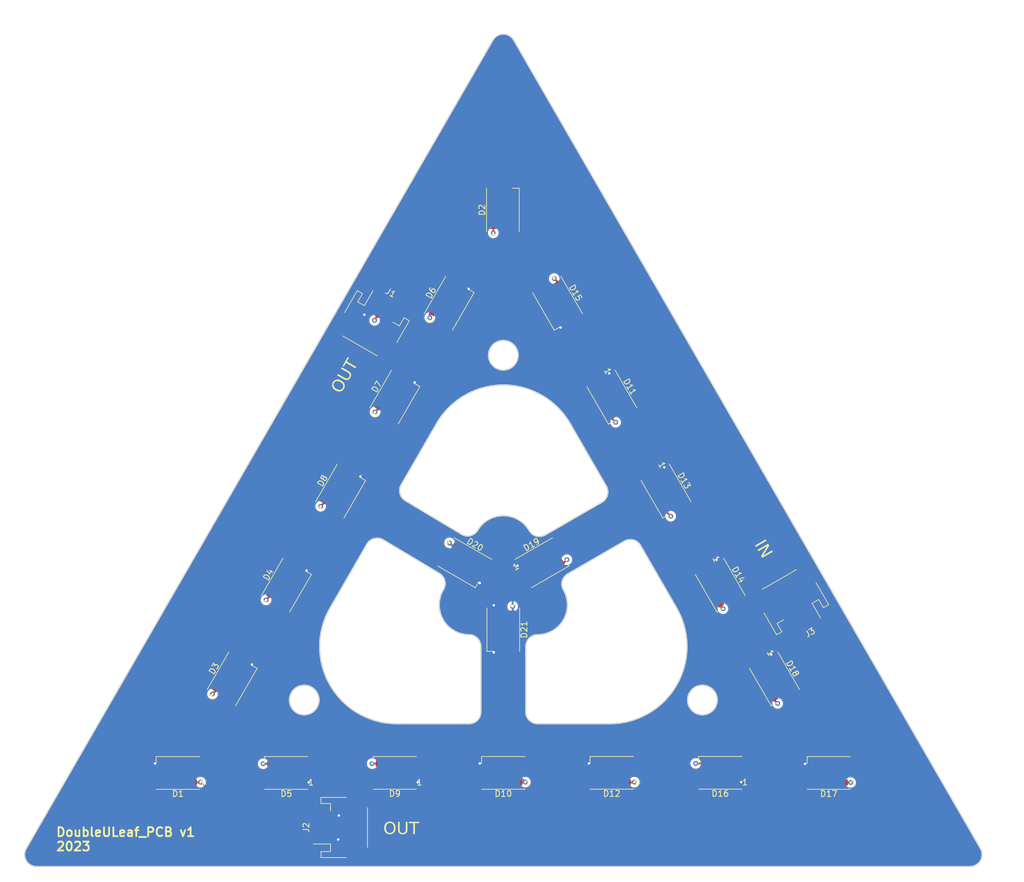
<source format=kicad_pcb>
(kicad_pcb
	(version 20240108)
	(generator "pcbnew")
	(generator_version "8.0")
	(general
		(thickness 1.6)
		(legacy_teardrops no)
	)
	(paper "A4")
	(layers
		(0 "F.Cu" signal)
		(31 "B.Cu" signal)
		(32 "B.Adhes" user "B.Adhesive")
		(33 "F.Adhes" user "F.Adhesive")
		(34 "B.Paste" user)
		(35 "F.Paste" user)
		(36 "B.SilkS" user "B.Silkscreen")
		(37 "F.SilkS" user "F.Silkscreen")
		(38 "B.Mask" user)
		(39 "F.Mask" user)
		(40 "Dwgs.User" user "User.Drawings")
		(41 "Cmts.User" user "User.Comments")
		(42 "Eco1.User" user "User.Eco1")
		(43 "Eco2.User" user "User.Eco2")
		(44 "Edge.Cuts" user)
		(45 "Margin" user)
		(46 "B.CrtYd" user "B.Courtyard")
		(47 "F.CrtYd" user "F.Courtyard")
		(48 "B.Fab" user)
		(49 "F.Fab" user)
		(50 "User.1" user)
		(51 "User.2" user)
		(52 "User.3" user)
		(53 "User.4" user)
		(54 "User.5" user)
		(55 "User.6" user)
		(56 "User.7" user)
		(57 "User.8" user)
		(58 "User.9" user)
	)
	(setup
		(stackup
			(layer "F.SilkS"
				(type "Top Silk Screen")
			)
			(layer "F.Paste"
				(type "Top Solder Paste")
			)
			(layer "F.Mask"
				(type "Top Solder Mask")
				(thickness 0.01)
			)
			(layer "F.Cu"
				(type "copper")
				(thickness 0.035)
			)
			(layer "dielectric 1"
				(type "core")
				(thickness 1.51)
				(material "FR4")
				(epsilon_r 4.5)
				(loss_tangent 0.02)
			)
			(layer "B.Cu"
				(type "copper")
				(thickness 0.035)
			)
			(layer "B.Mask"
				(type "Bottom Solder Mask")
				(thickness 0.01)
			)
			(layer "B.Paste"
				(type "Bottom Solder Paste")
			)
			(layer "B.SilkS"
				(type "Bottom Silk Screen")
			)
			(copper_finish "HAL lead-free")
			(dielectric_constraints no)
		)
		(pad_to_mask_clearance 0)
		(allow_soldermask_bridges_in_footprints no)
		(pcbplotparams
			(layerselection 0x00010fc_ffffffff)
			(plot_on_all_layers_selection 0x0000000_00000000)
			(disableapertmacros no)
			(usegerberextensions no)
			(usegerberattributes yes)
			(usegerberadvancedattributes yes)
			(creategerberjobfile yes)
			(dashed_line_dash_ratio 12.000000)
			(dashed_line_gap_ratio 3.000000)
			(svgprecision 4)
			(plotframeref no)
			(viasonmask no)
			(mode 1)
			(useauxorigin no)
			(hpglpennumber 1)
			(hpglpenspeed 20)
			(hpglpendiameter 15.000000)
			(pdf_front_fp_property_popups yes)
			(pdf_back_fp_property_popups yes)
			(dxfpolygonmode yes)
			(dxfimperialunits yes)
			(dxfusepcbnewfont yes)
			(psnegative no)
			(psa4output no)
			(plotreference yes)
			(plotvalue yes)
			(plotfptext yes)
			(plotinvisibletext no)
			(sketchpadsonfab no)
			(subtractmaskfromsilk no)
			(outputformat 1)
			(mirror no)
			(drillshape 1)
			(scaleselection 1)
			(outputdirectory "")
		)
	)
	(net 0 "")
	(net 1 "GND")
	(net 2 "DIN")
	(net 3 "+5V")
	(net 4 "Net-(D1-DOUT)")
	(net 5 "Net-(D2-DOUT)")
	(net 6 "DOUT")
	(net 7 "Net-(D5-DOUT)")
	(net 8 "Net-(D6-DOUT)")
	(net 9 "Net-(D7-DOUT)")
	(net 10 "Net-(D10-DIN)")
	(net 11 "Net-(D1-DIN)")
	(net 12 "Net-(D3-DIN)")
	(net 13 "Net-(D4-DIN)")
	(net 14 "Net-(D10-DOUT)")
	(net 15 "Net-(D11-DOUT)")
	(net 16 "Net-(D11-DIN)")
	(net 17 "Net-(D12-DOUT)")
	(net 18 "Net-(D13-DIN)")
	(net 19 "Net-(D14-DIN)")
	(net 20 "Net-(D15-DOUT)")
	(net 21 "Net-(D16-DOUT)")
	(net 22 "Net-(D17-DOUT)")
	(net 23 "Net-(D19-DOUT)")
	(net 24 "Net-(D20-DOUT)")
	(footprint "Connector_JST:JST_PH_S3B-PH-SM4-TB_1x03-1MP_P2.00mm_Horizontal" (layer "F.Cu") (at 122.8852 68.6308 -30))
	(footprint "LED_SMD:LED_WS2812B_PLCC4_5.0x5.0mm_P3.2mm" (layer "F.Cu") (at 117.358082 96.960079 60))
	(footprint "LED_SMD:LED_WS2812B_PLCC4_5.0x5.0mm_P3.2mm" (layer "F.Cu") (at 144.726905 144.349441 180))
	(footprint "LED_SMD:LED_WS2812B_PLCC4_5.0x5.0mm_P3.2mm" (layer "F.Cu") (at 181.224655 112.758563 -60))
	(footprint "LED_SMD:LED_WS2812B_PLCC4_5.0x5.0mm_P3.2mm" (layer "F.Cu") (at 190.349004 128.559283 -60))
	(footprint "Connector_JST:JST_PH_S3B-PH-SM4-TB_1x03-1MP_P2.00mm_Horizontal" (layer "F.Cu") (at 193.421 115.7224 -150))
	(footprint "LED_SMD:LED_WS2812B_PLCC4_5.0x5.0mm_P3.2mm" (layer "F.Cu") (at 108.234907 144.359465 180))
	(footprint "LED_SMD:LED_WS2812B_PLCC4_5.0x5.0mm_P3.2mm" (layer "F.Cu") (at 181.218904 144.339417 180))
	(footprint "LED_SMD:LED_WS2812B_PLCC4_5.0x5.0mm_P3.2mm" (layer "F.Cu") (at 199.479781 144.360165 180))
	(footprint "LED_SMD:LED_WS2812B_PLCC4_5.0x5.0mm_P3.2mm" (layer "F.Cu") (at 126.480906 144.354453 180))
	(footprint "LED_SMD:LED_WS2812B_PLCC4_5.0x5.0mm_P3.2mm" (layer "F.Cu") (at 172.103519 96.957924 -60))
	(footprint "LED_SMD:LED_WS2812B_PLCC4_5.0x5.0mm_P3.2mm" (layer "F.Cu") (at 126.481141 81.158613 60))
	(footprint "LED_SMD:LED_WS2812B_PLCC4_5.0x5.0mm_P3.2mm" (layer "F.Cu") (at 153.851607 65.356402 -60))
	(footprint "LED_SMD:LED_WS2812B_PLCC4_5.0x5.0mm_P3.2mm" (layer "F.Cu") (at 135.604199 65.357147 60))
	(footprint "LED_SMD:LED_WS2812B_PLCC4_5.0x5.0mm_P3.2mm" (layer "F.Cu") (at 89.988907 144.364477 180))
	(footprint "LED_SMD:LED_WS2812B_PLCC4_5.0x5.0mm_P3.2mm" (layer "F.Cu") (at 144.653 49.657 90))
	(footprint "LED_SMD:LED_WS2812B_PLCC4_5.0x5.0mm_P3.2mm" (layer "F.Cu") (at 151.229686 108.996032 30))
	(footprint "LED_SMD:LED_WS2812B_PLCC4_5.0x5.0mm_P3.2mm" (layer "F.Cu") (at 162.972905 144.344429 180))
	(footprint "LED_SMD:LED_WS2812B_PLCC4_5.0x5.0mm_P3.2mm" (layer "F.Cu") (at 144.730146 120.254627 -90))
	(footprint "Connector_JST:JST_PH_S3B-PH-SM4-TB_1x03-1MP_P2.00mm_Horizontal" (layer "F.Cu") (at 117.3734 153.543 90))
	(footprint "LED_SMD:LED_WS2812B_PLCC4_5.0x5.0mm_P3.2mm" (layer "F.Cu") (at 108.235024 112.761545 60))
	(footprint "LED_SMD:LED_WS2812B_PLCC4_5.0x5.0mm_P3.2mm" (layer "F.Cu") (at 138.229686 108.996562 -30))
	(footprint "LED_SMD:LED_WS2812B_PLCC4_5.0x5.0mm_P3.2mm" (layer "F.Cu") (at 162.975956 81.157122 -60))
	(footprint "LED_SMD:LED_WS2812B_PLCC4_5.0x5.0mm_P3.2mm" (layer "F.Cu") (at 99.111966 128.563011 60))
	(gr_line
		(start 121.779239 105.854336)
		(end 115.581263 116.589545)
		(stroke
			(width 0.2)
			(type default)
		)
		(layer "Dwgs.User")
		(uuid "002d89fa-123f-4ee1-b9d6-4110ebc41ac2")
	)
	(gr_arc
		(start 148.502951 123.0895)
		(mid 149.088741 121.675304)
		(end 150.502951 121.089545)
		(stroke
			(width 0.2)
			(type default)
		)
		(layer "Dwgs.User")
		(uuid "08433fdf-157c-4197-a09e-dff364c53910")
	)
	(gr_line
		(start 142.228875 74.097004)
		(end 142.22826 74.097084)
		(stroke
			(width 0.2)
			(type default)
		)
		(layer "Dwgs.User")
		(uuid "09ed3c8c-57fd-4c62-b3af-511f4e9ef4c0")
	)
	(gr_line
		(start 165.091421 105.357486)
		(end 155.558572 110.861281)
		(stroke
			(width 0.2)
			(type default)
		)
		(layer "Dwgs.User")
		(uuid "0b2d8d79-32c0-4580-aad4-7d5dc269bbde")
	)
	(gr_arc
		(start 165.091421 105.357486)
		(mid 166.606175 105.156938)
		(end 167.820481 106.084387)
		(stroke
			(width 0.2)
			(type default)
		)
		(layer "Dwgs.User")
		(uuid "0f7f4047-f394-450e-b27e-d31d7cac5b55")
	)
	(gr_line
		(start 133.980573 110.781257)
		(end 124.525325 105.130317)
		(stroke
			(width 0.2)
			(type default)
		)
		(layer "Dwgs.User")
		(uuid "1b572a61-dcd5-47da-84f2-589d5b35c601")
	)
	(gr_arc
		(start 138.963949 121.089545)
		(mid 140.376443 121.673698)
		(end 140.963949 123.084801)
		(stroke
			(width 0.2)
			(type default)
		)
		(layer "Dwgs.User")
		(uuid "2084f111-f271-4e81-9d82-c996ddb186bb")
	)
	(gr_line
		(start 134.650321 113.560966)
		(end 134.692607 113.487725)
		(stroke
			(width 0.2)
			(type default)
		)
		(layer "Dwgs.User")
		(uuid "274e61f2-f90b-45e7-a7c4-3203732c46e6")
	)
	(gr_circle
		(center 108.234907 144.359465)
		(end 105.734907 144.359465)
		(stroke
			(width 0.2)
			(type default)
		)
		(fill none)
		(layer "Dwgs.User")
		(uuid "2a46d66c-7201-47a6-96ca-327017ace130")
	)
	(gr_line
		(start 126.8396 136.089545)
		(end 138.9639 136.089545)
		(stroke
			(width 0.2)
			(type default)
		)
		(layer "Dwgs.User")
		(uuid "2d159a10-9038-4d75-b832-543423f1eda3")
	)
	(gr_line
		(start 224.981095 157.089474)
		(end 146.456251 21.080454)
		(stroke
			(width 0.2)
			(type default)
		)
		(layer "Dwgs.User")
		(uuid "2d38b85f-82e1-4f45-852b-0ccb6afcb684")
	)
	(gr_circle
		(center 153.851607 65.356402)
		(end 151.351607 65.356402)
		(stroke
			(width 0.2)
			(type default)
		)
		(fill none)
		(layer "Dwgs.User")
		(uuid "2d69c227-da05-4502-80a6-6133fbb6ec3f")
	)
	(gr_circle
		(center 162.972905 144.344429)
		(end 160.472905 144.344429)
		(stroke
			(width 0.2)
			(type default)
		)
		(fill none)
		(layer "Dwgs.User")
		(uuid "2fc8b01e-272f-4b82-a4ef-50fd3ad5b60c")
	)
	(gr_line
		(start 143.001399 21.096477)
		(end 64.485764 157.089545)
		(stroke
			(width 0.2)
			(type default)
		)
		(layer "Dwgs.User")
		(uuid "309f1c3a-c28c-4bd7-a897-ece980d1d25d")
	)
	(gr_circle
		(center 99.111966 128.563011)
		(end 96.611966 128.563011)
		(stroke
			(width 0.2)
			(type default)
		)
		(fill none)
		(layer "Dwgs.User")
		(uuid "32b2fe96-f043-455a-89d1-ae18efa135bf")
	)
	(gr_arc
		(start 224.981095 157.089474)
		(mid 224.982319 159.087403)
		(end 223.253899 160.089545)
		(stroke
			(width 0.2)
			(type default)
		)
		(layer "Dwgs.User")
		(uuid "3727746b-066f-4077-8c57-880c735f3de1")
	)
	(gr_circle
		(center 172.100305 96.957843)
		(end 169.600305 96.957843)
		(stroke
			(width 0.2)
			(type default)
		)
		(fill none)
		(layer "Dwgs.User")
		(uuid "3c52d3b6-b2ba-417a-b02e-098bc03155e2")
	)
	(gr_line
		(start 89.988907 144.364477)
		(end 172.09608 96.945043)
		(stroke
			(width 0.2)
			(type default)
		)
		(layer "Dwgs.User")
		(uuid "3c7f00e7-987e-4a7a-a6e3-37b025af77a6")
	)
	(gr_arc
		(start 128.254783 98.577948)
		(mid 127.34587 97.367144)
		(end 127.545771 95.866408)
		(stroke
			(width 0.2)
			(type default)
		)
		(layer "Dwgs.User")
		(uuid "3ce60d30-335f-467e-8849-31c0a63d08cf")
	)
	(gr_line
		(start 66.2178 160.089545)
		(end 223.253899 160.089545)
		(stroke
			(width 0.2)
			(type default)
		)
		(layer "Dwgs.User")
		(uuid "3e61ca33-6345-4a24-955d-7ff7f2cf59a6")
	)
	(gr_arc
		(start 140.963949 134.0895)
		(mid 140.378148 135.503748)
		(end 138.9639 136.089545)
		(stroke
			(width 0.2)
			(type default)
		)
		(layer "Dwgs.User")
		(uuid "3f70812f-83b0-4965-b95d-7ab35ab98b65")
	)
	(gr_circle
		(center 135.604199 65.357147)
		(end 133.104199 65.357147)
		(stroke
			(width 0.2)
			(type default)
		)
		(fill none)
		(layer "Dwgs.User")
		(uuid "4195078b-951e-4e28-8b66-6a65e8501df9")
	)
	(gr_arc
		(start 154.833078 113.589545)
		(mid 154.632256 112.07555)
		(end 155.558572 110.861281)
		(stroke
			(width 0.2)
			(type default)
		)
		(layer "Dwgs.User")
		(uuid "46c7570c-277f-4695-92b5-cb96b20aeb24")
	)
	(gr_arc
		(start 138.963949 121.089545)
		(mid 134.625546 118.575213)
		(end 134.650321 113.560966)
		(stroke
			(width 0.2)
			(type default)
		)
		(layer "Dwgs.User")
		(uuid "4af12fd9-bd9c-4f68-9c54-874664a8be9c")
	)
	(gr_line
		(start 173.885591 116.589465)
		(end 167.820481 106.084387)
		(stroke
			(width 0.2)
			(type default)
		)
		(layer "Dwgs.User")
		(uuid "4b60ce16-3017-415f-9946-451fb2b5718a")
	)
	(gr_line
		(start 138.229686 108.996562)
		(end 144.730146 120.254627)
		(stroke
			(width 0.2)
			(type default)
		)
		(layer "Dwgs.User")
		(uuid "4cd54962-a780-4a0c-ba5f-b0507ff1f7b1")
	)
	(gr_arc
		(start 121.779239 105.854336)
		(mid 123.001482 104.920365)
		(end 124.525325 105.130317)
		(stroke
			(width 0.2)
			(type default)
		)
		(layer "Dwgs.User")
		(uuid "4e6c9726-ad33-411d-aba8-04f304aab628")
	)
	(gr_arc
		(start 133.475123 85.596471)
		(mid 144.733454 79.096473)
		(end 155.991781 85.596479)
		(stroke
			(width 0.2)
			(type default)
		)
		(layer "Dwgs.User")
		(uuid "4e78c314-8b70-455c-85f4-cfc3b3e6ba01")
	)
	(gr_line
		(start 133.475123 85.596471)
		(end 127.545771 95.866408)
		(stroke
			(width 0.2)
			(type default)
		)
		(layer "Dwgs.User")
		(uuid "5413bb7f-f628-4514-83da-12132afeebeb")
	)
	(gr_arc
		(start 126.8396 136.089545)
		(mid 115.581306 129.589553)
		(end 115.581263 116.589545)
		(stroke
			(width 0.2)
			(type default)
		)
		(layer "Dwgs.User")
		(uuid "5843f82a-20a1-4949-a4ee-233a0bad35ee")
	)
	(gr_arc
		(start 66.2178 160.089545)
		(mid 64.485783 159.089549)
		(end 64.485764 157.089545)
		(stroke
			(width 0.2)
			(type default)
		)
		(layer "Dwgs.User")
		(uuid "6154dd24-5a21-445c-b192-ce8e5626fda0")
	)
	(gr_line
		(start 151.795553 104.328569)
		(end 161.321966 98.828492)
		(stroke
			(width 0.2)
			(type default)
		)
		(layer "Dwgs.User")
		(uuid "6373a6b2-ed29-4b17-b0ec-d773283d5462")
	)
	(gr_circle
		(center 138.229686 108.996562)
		(end 135.729686 108.996562)
		(stroke
			(width 0.2)
			(type default)
		)
		(fill none)
		(layer "Dwgs.User")
		(uuid "6824aaed-1155-4802-b4d1-8ffeff936eba")
	)
	(gr_circle
		(center 117.358082 96.960079)
		(end 114.858082 96.960079)
		(stroke
			(width 0.2)
			(type default)
		)
		(fill none)
		(layer "Dwgs.User")
		(uuid "683c3eb1-126b-4b3c-8102-a0fc389f0834")
	)
	(gr_circle
		(center 190.349004 128.559283)
		(end 187.849004 128.559283)
		(stroke
			(width 0.2)
			(type default)
		)
		(fill none)
		(layer "Dwgs.User")
		(uuid "6c646e1f-d8a0-4a68-82aa-3422f9976ead")
	)
	(gr_circle
		(center 144.726905 144.349441)
		(end 142.226905 144.349441)
		(stroke
			(width 0.2)
			(type default)
		)
		(fill none)
		(layer "Dwgs.User")
		(uuid "6c9879f4-e8f2-4cb2-a56e-d4731d9978a2")
	)
	(gr_line
		(start 111.245378 132.091626)
		(end 178.220985 132.088893)
		(stroke
			(width 0.2)
			(type default)
		)
		(layer "Dwgs.User")
		(uuid "70323ec0-ed36-4cf5-a547-36001b68aa84")
	)
	(gr_line
		(start 150.503 136.089545)
		(end 162.6532 136.089545)
		(stroke
			(width 0.2)
			(type default)
		)
		(layer "Dwgs.User")
		(uuid "819e41ff-e609-491e-95bd-e99bc6ccf50b")
	)
	(gr_arc
		(start 140.456146 103.504982)
		(mid 139.227149 104.440688)
		(end 137.698084 104.221748)
		(stroke
			(width 0.2)
			(type default)
		)
		(layer "Dwgs.User")
		(uuid "869f9f4f-22a6-4d1c-90dc-6be8f6e81576")
	)
	(gr_line
		(start 144.72826 74.097084)
		(end 144.728875 74.097004)
		(stroke
			(width 0.2)
			(type default)
		)
		(layer "Dwgs.User")
		(uuid "8e8975b4-4b6a-43a7-ad89-1bfa6478f78d")
	)
	(gr_circle
		(center 151.229686 108.996032)
		(end 148.729686 108.996032)
		(stroke
			(width 0.2)
			(type default)
		)
		(fill none)
		(layer "Dwgs.User")
		(uuid "92f7f42b-c319-4b66-9311-a84183a1350f")
	)
	(gr_arc
		(start 133.980573 110.781257)
		(mid 134.888728 111.989224)
		(end 134.692607 113.487725)
		(stroke
			(width 0.2)
			(type default)
		)
		(layer "Dwgs.User")
		(uuid "97285ea1-a609-45eb-ab5c-151e423d1f22")
	)
	(gr_line
		(start 144.727257 49.555682)
		(end 89.988816 144.364634)
		(stroke
			(width 0.2)
			(type default)
		)
		(layer "Dwgs.User")
		(uuid "979a881c-ef8e-4c8f-a06c-c1a1383dd198")
	)
	(gr_circle
		(center 111.245378 132.091626)
		(end 108.745378 132.091626)
		(stroke
			(width 0.2)
			(type default)
		)
		(fill none)
		(layer "Dwgs.User")
		(uuid "98dda97b-8da4-42a6-b05a-95777e684aba")
	)
	(gr_circle
		(center 144.727257 49.555682)
		(end 142.227257 49.555682)
		(stroke
			(width 0.2)
			(type default)
		)
		(fill none)
		(layer "Dwgs.User")
		(uuid "9c64aa19-8bfa-435a-8739-9ac4f526929b")
	)
	(gr_circle
		(center 162.975956 81.157122)
		(end 160.475956 81.157122)
		(stroke
			(width 0.2)
			(type default)
		)
		(fill none)
		(layer "Dwgs.User")
		(uuid "a023f5ea-13fb-43f0-a6fd-259edfe83cb2")
	)
	(gr_arc
		(start 154.833078 113.589545)
		(mid 154.833055 118.589495)
		(end 150.502951 121.089545)
		(stroke
			(width 0.2)
			(type default)
		)
		(layer "Dwgs.User")
		(uuid "a5bd7684-35dc-4492-a560-6ddd1812fdfd")
	)
	(gr_arc
		(start 140.403299 103.596518)
		(mid 144.733426 101.096478)
		(end 149.063577 103.596476)
		(stroke
			(width 0.2)
			(type default)
		)
		(layer "Dwgs.User")
		(uuid "a75ed1ac-e2bc-4a69-80b1-806f80b2475b")
	)
	(gr_line
		(start 140.963949 134.0895)
		(end 140.963949 123.084801)
		(stroke
			(width 0.2)
			(type default)
		)
		(layer "Dwgs.User")
		(uuid "b0150936-b49c-4aa1-acf0-f0e68adec7d6")
	)
	(gr_circle
		(center 199.479781 144.360165)
		(end 196.979781 144.360165)
		(stroke
			(width 0.2)
			(type default)
		)
		(fill none)
		(layer "Dwgs.User")
		(uuid "b47c1eaa-0eb6-48ed-a32c-8dc6e6bc2cd5")
	)
	(gr_arc
		(start 162.053992 96.096534)
		(mid 162.253786 97.614121)
		(end 161.321966 98.828492)
		(stroke
			(width 0.2)
			(type default)
		)
		(layer "Dwgs.User")
		(uuid "b54fc784-ce4f-4c8a-b317-5ab10c2a8d5b")
	)
	(gr_line
		(start 144.728875 74.097004)
		(end 111.245378 132.091626)
		(stroke
			(width 0.2)
			(type default)
		)
		(layer "Dwgs.User")
		(uuid "b6cc5db7-bf2d-479f-ba56-54587895d1cb")
	)
	(gr_arc
		(start 151.795553 104.328569)
		(mid 150.277941 104.528348)
		(end 149.063577 103.596476)
		(stroke
			(width 0.2)
			(type default)
		)
		(layer "Dwgs.User")
		(uuid "b935f384-57e5-4028-8b46-cab4ac52ab05")
	)
	(gr_line
		(start 172.09608 96.945043)
		(end 172.100305 96.957843)
		(stroke
			(width 0.2)
			(type default)
		)
		(layer "Dwgs.User")
		(uuid "c1be674f-d10d-426e-8512-66b65b24d9df")
	)
	(gr_circle
		(center 108.235024 112.761545)
		(end 105.735024 112.761545)
		(stroke
			(width 0.2)
			(type default)
		)
		(fill none)
		(layer "Dwgs.User")
		(uuid "c254d688-acc4-4c11-9ecd-16c127037812")
	)
	(gr_line
		(start 151.229686 108.996032)
		(end 138.229686 108.996562)
		(stroke
			(width 0.2)
			(type default)
		)
		(layer "Dwgs.User")
		(uuid "c34f2c06-916d-4de6-b505-dd234154ce52")
	)
	(gr_arc
		(start 173.885591 116.589465)
		(mid 173.892085 129.578273)
		(end 162.6532 136.089545)
		(stroke
			(width 0.2)
			(type default)
		)
		(layer "Dwgs.User")
		(uuid "c4571df4-84bc-4066-8b52-d53a61d2b7ef")
	)
	(gr_line
		(start 140.456146 103.504982)
		(end 140.403299 103.596518)
		(stroke
			(width 0.2)
			(type default)
		)
		(layer "Dwgs.User")
		(uuid "c5bec15e-604c-49df-b5d0-2d8ee4c675d9")
	)
	(gr_line
		(start 178.220985 132.088893)
		(end 144.728875 74.097004)
		(stroke
			(width 0.2)
			(type default)
		)
		(layer "Dwgs.User")
		(uuid "c6c47583-78ec-4a35-af51-8e24ff400f73")
	)
	(gr_arc
		(start 143.001399 21.096477)
		(mid 144.724224 20.096517)
		(end 146.456251 21.080454)
		(stroke
			(width 0.2)
			(type default)
		)
		(layer "Dwgs.User")
		(uuid "c7b9fa3a-4d29-4ccd-af9b-7955b9cea7ca")
	)
	(gr_line
		(start 128.254783 98.577948)
		(end 137.698084 104.221748)
		(stroke
			(width 0.2)
			(type default)
		)
		(layer "Dwgs.User")
		(uuid "ca269643-465f-4f32-9cf0-00cfc6389431")
	)
	(gr_circle
		(center 144.72826 74.097084)
		(end 142.22826 74.097084)
		(stroke
			(width 0.2)
			(type default)
		)
		(fill none)
		(layer "Dwgs.User")
		(uuid "ca712f7d-aea7-4c02-b268-637ea1872aed")
	)
	(gr_line
		(start 162.053992 96.096534)
		(end 155.991781 85.596479)
		(stroke
			(width 0.2)
			(type default)
		)
		(layer "Dwgs.User")
		(uuid "d2ddf805-41db-4914-b3f9-c48104ecd12a")
	)
	(gr_circle
		(center 126.480906 144.354453)
		(end 123.980906 144.354453)
		(stroke
			(width 0.2)
			(type default)
		)
		(fill none)
		(layer "Dwgs.User")
		(uuid "d3fe42c5-833a-4d4d-8bc2-06f274766848")
	)
	(gr_circle
		(center 178.220985 132.088893)
		(end 175.720985 132.088893)
		(stroke
			(width 0.2)
			(type default)
		)
		(fill none)
		(layer "Dwgs.User")
		(uuid "d70b8a61-8f79-4296-9722-0e897fbfa066")
	)
	(gr_line
		(start 144.727257 49.555682)
		(end 144.73145 152.174599)
		(stroke
			(width 0.2)
			(type default)
		)
		(layer "Dwgs.User")
		(uuid "db4fc78f-7855-4da7-ae94-701e6919e6af")
	)
	(gr_line
		(start 199.479781 144.360165)
		(end 144.727257 49.555682)
		(stroke
			(width 0.2)
			(type default)
		)
		(layer "Dwgs.User")
		(uuid "dde33251-2d10-46bc-b5b3-275bf0fec171")
	)
	(gr_line
		(start 89.988816 144.364634)
		(end 199.479781 144.360165)
		(stroke
			(width 0.2)
			(type default)
		)
		(layer "Dwgs.User")
		(uuid "de71d6ef-c74d-44e5-bf8d-95997e61a799")
	)
	(gr_line
		(start 144.730146 120.254627)
		(end 151.229686 108.996032)
		(stroke
			(width 0.2)
			(type default)
		)
		(layer "Dwgs.User")
		(uuid "e469ed78-83b5-4d3c-97fe-efde6cf17e64")
	)
	(gr_circle
		(center 181.224655 112.758563)
		(end 178.724655 112.758563)
		(stroke
			(width 0.2)
			(type default)
		)
		(fill none)
		(layer "Dwgs.User")
		(uuid "eb7f4fe9-c703-4f46-aa8d-14b0b4bee707")
	)
	(gr_circle
		(center 144.728875 74.097004)
		(end 142.228875 74.097004)
		(stroke
			(width 0.2)
			(type default)
		)
		(fill none)
		(layer "Dwgs.User")
		(uuid "ecbcc769-6a96-48a4-938c-9ecf1e44aeb8")
	)
	(gr_circle
		(center 126.481141 81.158613)
		(end 123.981141 81.158613)
		(stroke
			(width 0.2)
			(type default)
		)
		(fill none)
		(layer "Dwgs.User")
		(uuid "ecbe17e6-df38-409b-a1a8-100a449da8d2")
	)
	(gr_circle
		(center 89.988907 144.364477)
		(end 87.488907 144.364477)
		(stroke
			(width 0.2)
			(type default)
		)
		(fill none)
		(layer "Dwgs.User")
		(uuid "f0747321-1822-4447-a9ce-7fc8172443b7")
	)
	(gr_line
		(start 148.502955 134.0895)
		(end 148.502951 134.0895)
		(stroke
			(width 0.2)
			(type default)
		)
		(layer "Dwgs.User")
		(uuid "f84bad65-d022-4cf0-8e7a-44f3f3188bc5")
	)
	(gr_circle
		(center 144.730146 120.254627)
		(end 142.230146 120.254627)
		(stroke
			(width 0.2)
			(type default)
		)
		(fill none)
		(layer "Dwgs.User")
		(uuid "f881d686-316c-48c2-92f6-ec721d4c38be")
	)
	(gr_circle
		(center 181.218904 144.339417)
		(end 178.718904 144.339417)
		(stroke
			(width 0.2)
			(type default)
		)
		(fill none)
		(layer "Dwgs.User")
		(uuid "f9749eb0-c0eb-452f-99e0-308762044303")
	)
	(gr_arc
		(start 150.503 136.089545)
		(mid 149.088755 135.503745)
		(end 148.502955 134.0895)
		(stroke
			(width 0.2)
			(type default)
		)
		(layer "Dwgs.User")
		(uuid "fd7d117b-5dac-4ff3-a942-e8d71647538e")
	)
	(gr_line
		(start 148.502951 123.0895)
		(end 148.502951 134.0895)
		(stroke
			(width 0.2)
			(type default)
		)
		(layer "Dwgs.User")
		(uuid "ff11d3f3-eb5b-4e55-9ba9-94351dadea49")
	)
	(gr_arc
		(start 138.962736 121.094358)
		(mid 140.37695 121.680144)
		(end 140.962736 123.094358)
		(stroke
			(width 0.2)
			(type solid)
		)
		(layer "Edge.Cuts")
		(uuid "10b28d6c-1eba-4bcc-bd22-25b9d64c48ac")
	)
	(gr_line
		(start 148.501738 123.094358)
		(end 148.501738 134.094358)
		(stroke
			(width 0.2)
			(type solid)
		)
		(layer "Edge.Cuts")
		(uuid "115f64c7-d83e-4812-a97f-4f3226f3a93e")
	)
	(gr_arc
		(start 154.831865 113.594358)
		(mid 154.831865 118.594358)
		(end 150.501738 121.094358)
		(stroke
			(width 0.2)
			(type solid)
		)
		(layer "Edge.Cuts")
		(uuid "1e8dd26f-19b4-422e-9d50-859d02df45b2")
	)
	(gr_line
		(start 162.052745 96.101289)
		(end 155.990567 85.601289)
		(stroke
			(width 0.2)
			(type solid)
		)
		(layer "Edge.Cuts")
		(uuid "1efbecc5-460d-4c91-82eb-178e93140744")
	)
	(gr_line
		(start 155.563916 110.862307)
		(end 165.090195 105.362307)
		(stroke
			(width 0.2)
			(type solid)
		)
		(layer "Edge.Cuts")
		(uuid "2047e222-dcfc-4057-8962-c428944dacc9")
	)
	(gr_arc
		(start 140.962736 134.094358)
		(mid 140.376949 135.508571)
		(end 138.962736 136.094358)
		(stroke
			(width 0.2)
			(type solid)
		)
		(layer "Edge.Cuts")
		(uuid "2311ea83-6b7c-47da-a397-80b13a1b7eee")
	)
	(gr_arc
		(start 165.090195 105.362307)
		(mid 166.607833 105.162506)
		(end 167.822246 106.094358)
		(stroke
			(width 0.2)
			(type solid)
		)
		(layer "Edge.Cuts")
		(uuid "31f4d7f0-0faa-4ce1-a69d-d50b735c9ab4")
	)
	(gr_arc
		(start 121.778065 105.859081)
		(mid 123.00707 104.923379)
		(end 124.53614 105.142319)
		(stroke
			(width 0.2)
			(type solid)
		)
		(layer "Edge.Cuts")
		(uuid "3961d64d-dfe0-4c3c-88b0-fcd15139b241")
	)
	(gr_arc
		(start 151.794415 104.333339)
		(mid 150.276777 104.53314)
		(end 149.062364 103.601289)
		(stroke
			(width 0.2)
			(type solid)
		)
		(layer "Edge.Cuts")
		(uuid "47f92e56-f3ea-418a-886d-9509dadc86bf")
	)
	(gr_arc
		(start 138.962736 121.094358)
		(mid 134.632609 118.594358)
		(end 134.632609 113.594358)
		(stroke
			(width 0.2)
			(type solid)
		)
		(layer "Edge.Cuts")
		(uuid "4a448f56-1d49-4f70-800b-5c6cadabd407")
	)
	(gr_line
		(start 133.979408 110.786099)
		(end 124.53614 105.142319)
		(stroke
			(width 0.2)
			(type solid)
		)
		(layer "Edge.Cuts")
		(uuid "4a92ab0d-503a-4005-be4f-10c6dcf87542")
	)
	(gr_arc
		(start 126.83838 136.094358)
		(mid 115.58005 129.594358)
		(end 115.58005 116.594358)
		(stroke
			(width 0.2)
			(type solid)
		)
		(layer "Edge.Cuts")
		(uuid "4d923028-d86e-4d4d-81b4-f3e51cd2d16b")
	)
	(gr_line
		(start 126.83838 136.094358)
		(end 138.962736 136.094358)
		(stroke
			(width 0.2)
			(type solid)
		)
		(layer "Edge.Cuts")
		(uuid "51d92f11-6294-4bf6-88d9-59bae295c3c1")
	)
	(gr_arc
		(start 66.216602 160.094358)
		(mid 64.484551 159.094358)
		(end 64.484551 157.094358)
		(stroke
			(width 0.2)
			(type solid)
		)
		(layer "Edge.Cuts")
		(uuid "54abe8c8-bb0f-413e-b40b-c43ea6be9f86")
	)
	(gr_arc
		(start 140.40211 103.601289)
		(mid 144.732237 101.101289)
		(end 149.062364 103.601289)
		(stroke
			(width 0.2)
			(type solid)
		)
		(layer "Edge.Cuts")
		(uuid "54f24ad9-dea2-46ec-97d3-4d8781757197")
	)
	(gr_arc
		(start 140.454935 103.509792)
		(mid 139.225931 104.445495)
		(end 137.69686 104.226554)
		(stroke
			(width 0.2)
			(type solid)
		)
		(layer "Edge.Cuts")
		(uuid "5adfbd26-8de1-4e7f-98aa-dd3c1c810fd2")
	)
	(gr_line
		(start 121.778065 105.859081)
		(end 115.58005 116.594358)
		(stroke
			(width 0.2)
			(type solid)
		)
		(layer "Edge.Cuts")
		(uuid "66a080e4-2ea4-439c-98e5-7575ecd1c7ea")
	)
	(gr_line
		(start 140.962736 123.094358)
		(end 140.962736 134.094358)
		(stroke
			(width 0.2)
			(type solid)
		)
		(layer "Edge.Cuts")
		(uuid "6ae7ea5a-621b-4c24-9266-f6f2cc61a864")
	)
	(gr_line
		(start 150.501738 136.094358)
		(end 162.626094 136.094358)
		(stroke
			(width 0.2)
			(type solid)
		)
		(layer "Edge.Cuts")
		(uuid "6f1d86cd-b267-4920-880f-258a3223db53")
	)
	(gr_arc
		(start 128.253592 98.582774)
		(mid 127.343914 97.369058)
		(end 127.547566 95.866012)
		(stroke
			(width 0.2)
			(type solid)
		)
		(layer "Edge.Cuts")
		(uuid "77bae7b5-6950-4e7f-9162-b8cf9eeeafda")
	)
	(gr_circle
		(center 178.219772 132.093706)
		(end 180.719772 132.093706)
		(stroke
			(width 0.2)
			(type solid)
		)
		(fill none)
		(layer "Edge.Cuts")
		(uuid "7964b94a-4f42-47d8-9acd-71659cd10cfb")
	)
	(gr_line
		(start 173.884424 116.594358)
		(end 167.822246 106.094358)
		(stroke
			(width 0.2)
			(type solid)
		)
		(layer "Edge.Cuts")
		(uuid "7e350e0b-f3d0-4aeb-8525-a3bcdada6df9")
	)
	(gr_arc
		(start 162.052745 96.101289)
		(mid 162.252546 97.618927)
		(end 161.320694 98.833339)
		(stroke
			(width 0.2)
			(type solid)
		)
		(layer "Edge.Cuts")
		(uuid "84651f9a-feaa-4c99-8fb1-712c4edc4080")
	)
	(gr_arc
		(start 143.000186 21.101289)
		(mid 144.732237 20.101289)
		(end 146.464288 21.101289)
		(stroke
			(width 0.2)
			(type solid)
		)
		(layer "Edge.Cuts")
		(uuid "89d81046-90c2-41ce-a6fc-86b51c9f57b0")
	)
	(gr_arc
		(start 224.979923 157.094358)
		(mid 224.979923 159.094358)
		(end 223.247872 160.094358)
		(stroke
			(width 0.2)
			(type solid)
		)
		(layer "Edge.Cuts")
		(uuid "92ed92ae-658c-482a-bb1b-4d3db2ed91e5")
	)
	(gr_arc
		(start 150.501738 136.094358)
		(mid 149.087524 135.508572)
		(end 148.501738 134.094358)
		(stroke
			(width 0.2)
			(type solid)
		)
		(layer "Edge.Cuts")
		(uuid "9bc94a59-6dfb-4591-bc73-b308d34722d8")
	)
	(gr_line
		(start 151.794415 104.333339)
		(end 161.320694 98.833339)
		(stroke
			(width 0.2)
			(type solid)
		)
		(layer "Edge.Cuts")
		(uuid "9c5c8175-0dc1-4ea9-a6e8-306ef983405a")
	)
	(gr_line
		(start 223.247872 160.094358)
		(end 66.216602 160.094358)
		(stroke
			(width 0.2)
			(type solid)
		)
		(layer "Edge.Cuts")
		(uuid "9db83b9b-5d18-424a-a7e7-5f163be8ea97")
	)
	(gr_arc
		(start 154.831865 113.594358)
		(mid 154.632064 112.07672)
		(end 155.563916 110.862307)
		(stroke
			(width 0.2)
			(type solid)
		)
		(layer "Edge.Cuts")
		(uuid "a4751602-28b9-41a7-ae8a-c7cf100dcd92")
	)
	(gr_arc
		(start 133.979408 110.786099)
		(mid 134.889086 111.999815)
		(end 134.685434 113.502861)
		(stroke
			(width 0.2)
			(type solid)
		)
		(layer "Edge.Cuts")
		(uuid "a84a01ed-11bf-43c1-abbe-146e5248b55e")
	)
	(gr_circle
		(center 111.244165 132.096439)
		(end 113.744165 132.096439)
		(stroke
			(width 0.2)
			(type solid)
		)
		(fill none)
		(layer "Edge.Cuts")
		(uuid "aa55b686-07fe-4146-b2cf-d36dcd8c6f1f")
	)
	(gr_line
		(start 64.484551 157.094358)
		(end 143.000186 21.101289)
		(stroke
			(width 0.2)
			(type solid)
		)
		(layer "Edge.Cuts")
		(uuid "b9e6ae9f-9b95-4f8a-9c1f-24de2d532c5b")
	)
	(gr_line
		(start 134.685434 113.502861)
		(end 134.632609 113.594358)
		(stroke
			(width 0.2)
			(type solid)
		)
		(layer "Edge.Cuts")
		(uuid "c2b1861b-12eb-4b47-a516-5701cdb9b390")
	)
	(gr_arc
		(start 133.473907 85.601289)
		(mid 144.732237 79.101289)
		(end 155.990567 85.601289)
		(stroke
			(width 0.2)
			(type solid)
		)
		(layer "Edge.Cuts")
		(uuid "cef46533-33ec-44fb-93ff-87d67f12e0fe")
	)
	(gr_arc
		(start 173.884424 116.594358)
		(mid 173.884424 129.594358)
		(end 162.626094 136.094358)
		(stroke
			(width 0.2)
			(type solid)
		)
		(layer "Edge.Cuts")
		(uuid "d1f42f86-3bff-4b31-abb5-000dcc8eaa2a")
	)
	(gr_line
		(start 140.40211 103.601289)
		(end 140.454935 103.509792)
		(stroke
			(width 0.2)
			(type solid)
		)
		(layer "Edge.Cuts")
		(uuid "da5c98e6-1890-4bbc-a1bc-a600baadd9d5")
	)
	(gr_line
		(start 133.473907 85.601289)
		(end 127.547566 95.866012)
		(stroke
			(width 0.2)
			(type solid)
		)
		(layer "Edge.Cuts")
		(uuid "e0abc320-e434-4c53-94cc-ae82b91571ae")
	)
	(gr_line
		(start 146.464288 21.101289)
		(end 224.979923 157.094358)
		(stroke
			(width 0.2)
			(type solid)
		)
		(layer "Edge.Cuts")
		(uuid "e24e5d41-c0d9-46e6-b94e-0a3bd63dee2b")
	)
	(gr_circle
		(center 144.727662 74.101817)
		(end 147.227662 74.101817)
		(stroke
			(width 0.2)
			(type solid)
		)
		(fill none)
		(layer "Edge.Cuts")
		(uuid "f55ffbd3-fc48-4d00-bd85-8bac7d0b7518")
	)
	(gr_line
		(start 128.253592 98.582774)
		(end 137.69686 104.226554)
		(stroke
			(width 0.2)
			(type solid)
		)
		(layer "Edge.Cuts")
		(uuid "f6053137-ee67-4580-944e-ec4441324469")
	)
	(gr_arc
		(start 148.501738 123.094358)
		(mid 149.087524 121.680144)
		(end 150.501738 121.094358)
		(stroke
			(width 0.2)
			(type solid)
		)
		(layer "Edge.Cuts")
		(uuid "fd21232c-45d7-4595-b7ab-4ce868530281")
	)
	(gr_text "IN"
		(at 187.37 107.32 300)
		(layer "F.SilkS")
		(uuid "345e8767-e468-4cae-8de6-3b7e9667eaf1")
		(effects
			(font
				(face "Arial")
				(size 2.032 2.032)
				(thickness 0.15)
			)
			(justify bottom)
		)
		(render_cache "IN" 300
			(polygon
				(pts
					(xy 187.091713 106.147113) (xy 188.879721 105.114806) (xy 189.015211 105.349482) (xy 187.227203 106.381789)
				)
			)
			(polygon
				(pts
					(xy 187.46245 106.789248) (xy 189.250458 105.756941) (xy 189.389174 105.997205) (xy 188.554716 107.72027)
					(xy 189.926669 106.928173) (xy 190.056452 107.152963) (xy 188.268444 108.18527) (xy 188.129727 107.945007)
					(xy 188.964185 106.221942) (xy 187.592233 107.014039)
				)
			)
		)
	)
	(gr_text "OUT"
		(at 119.14 78.23 60)
		(layer "F.SilkS")
		(uuid "65bb55ce-d3aa-409c-958f-0d0e515c824a")
		(effects
			(font
				(face "Arial")
				(size 2.032 2.032)
				(thickness 0.15)
			)
			(justify bottom)
		)
		(render_cache "OUT" 60
			(polygon
				(pts
					(xy 116.959465 78.154476) (xy 117.060761 78.166023) (xy 117.161842 78.187156) (xy 117.262706 78.217876)
					(xy 117.363355 78.258182) (xy 117.463788 78.308074) (xy 117.497218 78.326835) (xy 117.594558 78.388132)
					(xy 117.683496 78.454772) (xy 117.764029 78.526755) (xy 117.836159 78.60408) (xy 117.899886 78.686748)
					(xy 117.919261 78.715491) (xy 117.970332 78.803619) (xy 118.016035 78.909219) (xy 118.04679 79.017815)
					(xy 118.062597 79.129408) (xy 118.064735 79.210952) (xy 118.056367 79.324458) (xy 118.035735 79.434887)
					(xy 118.00284 79.542239) (xy 117.95768 79.646514) (xy 117.926368 79.704718) (xy 117.869021 79.794205)
					(xy 117.805297 79.875055) (xy 117.735198 79.947267) (xy 117.658722 80.010842) (xy 117.575871 80.065779)
					(xy 117.546836 80.082171) (xy 117.442285 80.130579) (xy 117.334508 80.165004) (xy 117.223506 80.185445)
					(xy 117.109279 80.191904) (xy 117.042559 80.189317) (xy 116.942978 80.177787) (xy 116.829829 80.154064)
					(xy 116.719939 80.11928) (xy 116.628343 80.080661) (xy 116.539142 80.033916) (xy 116.433403 79.967934)
					(xy 116.337967 79.898032) (xy 116.252836 79.824212) (xy 116.178007 79.746473) (xy 116.113483 79.664815)
					(xy 116.059262 79.579238) (xy 116.015344 79.489742) (xy 115.98173 79.396327) (xy 115.954163 79.277078)
					(xy 115.942729 79.158189) (xy 115.942882 79.154328) (xy 116.205906 79.154328) (xy 116.217691 79.256402)
					(xy 116.224867 79.290851) (xy 116.260462 79.392616) (xy 116.31914 79.490904) (xy 116.385669 79.570155)
					(xy 116.468227 79.646992) (xy 116.566814 79.721414) (xy 116.657224 79.779214) (xy 116.68143 79.793422)
					(xy 116.778667 79.843951) (xy 116.874278 79.882321) (xy 116.986865 79.912314) (xy 117.09711 79.924797)
					(xy 117.205014 79.919769) (xy 117.275649 79.90669) (xy 117.376084 79.874409) (xy 117.467369 79.828666)
					(xy 117.549502 79.769459) (xy 117.622485 79.69679) (xy 117.686317 79.610657) (xy 117.705561 79.578954)
					(xy 117.754575 79.479263) (xy 117.786972 79.378763) (xy 117.802751 79.277452) (xy 117.801913 79.175332)
					(xy 117.784457 79.072401) (xy 117.774946 79.037911) (xy 117.734645 78.93713) (xy 117.676672 78.842183)
					(xy 117.601025 78.75307) (xy 117.524487 78.683265) (xy 117.435675 78.617511) (xy 117.35579 78.567826)
					(xy 117.26347 78.519187) (xy 117.159364 78.475826) (xy 117.056755 78.445507) (xy 116.955642 78.42823)
					(xy 116.943108 78.426987) (xy 116.83295 78.425351) (xy 116.727877 78.440975) (xy 116.627889 78.473859)
					(xy 116.574537 78.499587) (xy 116.485026 78.557221) (xy 116.406216 78.628197) (xy 116.338108 78.712514)
					(xy 116.304895 78.765122) (xy 116.258229 78.85956) (xy 116.226175 78.955907) (xy 116.208734 79.054163)
					(xy 116.205906 79.154328) (xy 115.942882 79.154328) (xy 115.947429 79.03966) (xy 115.968263 78.921492)
					(xy 116.00523 78.803684) (xy 116.04642 78.709697) (xy 116.084088 78.639358) (xy 116.140378 78.551423)
					(xy 116.202977 78.471684) (xy 116.271884 78.40014) (xy 116.36025 78.327031) (xy 116.457203 78.265077)
					(xy 116.560421 78.215594) (xy 116.667364 78.180273) (xy 116.778032 78.159114) (xy 116.892425 78.152116)
				)
			)
			(polygon
				(pts
					(xy 117.439947 76.354469) (xy 117.575437 76.119793) (xy 118.60698 76.715354) (xy 118.70275 76.773488)
					(xy 118.788262 76.83138) (xy 118.875062 76.898618) (xy 118.957166 76.97506) (xy 118.999222 77.022619)
					(xy 119.059537 77.112863) (xy 119.101625 77.213163) (xy 119.123735 77.310762) (xy 119.130866 77.389175)
					(xy 119.1252 77.499303) (xy 119.10421 77.599923) (xy 119.068256 77.704518) (xy 119.025528 77.797334)
					(xy 118.990934 77.860835) (xy 118.935849 77.94923) (xy 118.868537 78.039905) (xy 118.797945 78.117168)
					(xy 118.71325 78.189046) (xy 118.669296 78.218416) (xy 118.578862 78.264129) (xy 118.47335 78.295396)
					(xy 118.363843 78.305317) (xy 118.288619 78.300072) (xy 118.182201 78.277995) (xy 118.080783 78.244659)
					(xy 117.987688 78.205671) (xy 117.888899 78.157071) (xy 117.802228 78.109227) (xy 116.770684 77.513665)
					(xy 116.905927 77.279419) (xy 117.931452 77.871507) (xy 118.028174 77.924607) (xy 118.127366 77.972026)
					(xy 118.224492 78.008457) (xy 118.297966 78.025806) (xy 118.404737 78.027362) (xy 118.506621 77.999047)
					(xy 118.551997 77.975904) (xy 118.637171 77.911851) (xy 118.707274 77.8331) (xy 118.758961 77.754412)
					(xy 118.807837 77.660229) (xy 118.846802 77.557545) (xy 118.86752 77.449679) (xy 118.860468 77.340429)
					(xy 118.854536 77.31789) (xy 118.809879 77.227923) (xy 118.742034 77.147634) (xy 118.662508 77.077651)
					(xy 118.581167 77.01851) (xy 118.486125 76.958623) (xy 118.465473 76.946556)
				)
			)
			(polygon
				(pts
					(xy 119.843121 76.321278) (xy 118.275175 75.416024) (xy 117.938186 75.999705) (xy 117.718124 75.872652)
					(xy 118.52908 74.468034) (xy 118.749143 74.595087) (xy 118.410665 75.181348) (xy 119.978611 76.086602)
				)
			)
		)
	)
	(gr_text "OUT"
		(at 127.56 154.99 0)
		(layer "F.SilkS")
		(uuid "9b99eb8c-12ca-4c63-8377-bb57c03509f5")
		(effects
			(font
				(face "Arial")
				(size 2.032 2.032)
				(thickness 0.15)
			)
			(justify bottom)
		)
		(render_cache "OUT" 0
			(polygon
				(pts
					(xy 125.781828 152.552963) (xy 125.882183 152.567305) (xy 125.978596 152.591209) (xy 126.086093 152.631182)
					(xy 126.188223 152.684169) (xy 126.282685 152.748816) (xy 126.366746 152.823771) (xy 126.440405 152.909033)
					(xy 126.503661 153.004601) (xy 126.535138 153.063839) (xy 126.575786 153.157338) (xy 126.608024 153.255443)
					(xy 126.631852 153.358154) (xy 126.647271 153.465471) (xy 126.654279 153.577395) (xy 126.654746 153.615727)
					(xy 126.650332 153.730675) (xy 126.637089 153.841016) (xy 126.615017 153.946752) (xy 126.584116 154.047881)
					(xy 126.544387 154.144404) (xy 126.529182 154.175555) (xy 126.478396 154.263848) (xy 126.409796 154.356227)
					(xy 126.331127 154.43716) (xy 126.242388 154.506645) (xy 126.172838 154.54927) (xy 126.070355 154.598776)
					(xy 125.964405 154.636122) (xy 125.854987 154.66131) (xy 125.742102 154.674338) (xy 125.67604 154.676323)
					(xy 125.569868 154.671402) (xy 125.467989 154.656641) (xy 125.370401 154.63204) (xy 125.277106 154.597597)
					(xy 125.188104 154.553314) (xy 125.15939 154.536366) (xy 125.065192 154.470025) (xy 124.981491 154.3939)
					(xy 124.908287 154.307991) (xy 124.84558 154.212296) (xy 124.81446 154.153221) (xy 124.774656 154.061217)
					(xy 124.738625 153.951365) (xy 124.713804 153.838806) (xy 124.701451 153.740172) (xy 124.697455 153.642527)
					(xy 124.976751 153.642527) (xy 124.98161 153.752002) (xy 124.996186 153.853988) (xy 125.026505 153.966488)
					(xy 125.070818 154.068204) (xy 125.129123 154.159138) (xy 125.175768 154.21377) (xy 125.253941 154.284609)
					(xy 125.339198 154.340792) (xy 125.43154 154.382318) (xy 125.530965 154.409189) (xy 125.637474 154.421402)
					(xy 125.674551 154.422216) (xy 125.785393 154.414818) (xy 125.888627 154.392624) (xy 125.984255 154.355635)
					(xy 126.072274 154.303849) (xy 126.152687 154.237267) (xy 126.177801 154.211785) (xy 126.244929 154.126493)
					(xy 126.298169 154.028812) (xy 126.33752 153.918744) (xy 126.359704 153.817557) (xy 126.372242 153.707767)
					(xy 126.375329 153.613741) (xy 126.371291 153.509471) (xy 126.35679 153.397632) (xy 126.331742 153.29361)
					(xy 126.296148 153.197405) (xy 126.290957 153.185929) (xy 126.237296 153.089712) (xy 126.171228 153.006528)
					(xy 126.092756 152.936378) (xy 126.043799 152.903038) (xy 125.94913 152.854336) (xy 125.848258 152.821572)
					(xy 125.741184 152.804748) (xy 125.679018 152.802288) (xy 125.573899 152.809093) (xy 125.474433 152.829507)
					(xy 125.38062 152.863531) (xy 125.292461 152.911165) (xy 125.209955 152.972407) (xy 125.183709 152.995846)
					(xy 125.113375 153.077555) (xy 125.057594 153.177516) (xy 125.022225 153.274757) (xy 124.996962 153.384673)
					(xy 124.981804 153.507263) (xy 124.976953 153.61446) (xy 124.976751 153.642527) (xy 124.697455 153.642527)
					(xy 124.697333 153.639549) (xy 124.701606 153.514985) (xy 124.714425 153.397385) (xy 124.735789 153.286748)
					(xy 124.765699 153.183076) (xy 124.804154 153.086367) (xy 124.851156 152.996622) (xy 124.906703 152.91384)
					(xy 124.970795 152.838022) (xy 125.060285 152.754523) (xy 125.157529 152.685177) (xy 125.262528 152.629983)
					(xy 125.375281 152.588941) (xy 125.495789 152.562051) (xy 125.597779 152.55073) (xy 125.677529 152.548182)
				)
			)
			(polygon
				(pts
					(xy 128.33423 152.579945) (xy 128.605211 152.579945) (xy 128.605211 153.771069) (xy 128.602751 153.883074)
					(xy 128.59537 153.986076) (xy 128.580541 154.094866) (xy 128.555392 154.204192) (xy 128.535233 154.264393)
					(xy 128.487237 154.361749) (xy 128.421419 154.448348) (xy 128.34795 154.516295) (xy 128.283608 154.561677)
					(xy 128.185402 154.611835) (xy 128.087767 154.643967) (xy 127.979208 154.665127) (xy 127.877462 154.674531)
					(xy 127.805173 154.676323) (xy 127.701078 154.672816) (xy 127.588895 154.659859) (xy 127.486687 154.637355)
					(xy 127.382092 154.599947) (xy 127.334679 154.576566) (xy 127.249874 154.521105) (xy 127.17004 154.445362)
					(xy 127.106695 154.355487) (xy 127.073625 154.287719) (xy 127.039535 154.184519) (xy 127.017696 154.080021)
					(xy 127.004913 153.979904) (xy 126.997608 153.870051) (xy 126.995705 153.771069) (xy 126.995705 152.579945)
					(xy 127.26619 152.579945) (xy 127.26619 153.764121) (xy 127.268565 153.874434) (xy 127.277095 153.984047)
					(xy 127.294107 154.086375) (xy 127.31582 154.15868) (xy 127.367857 154.251924) (xy 127.443321 154.326002)
					(xy 127.486051 154.353727) (xy 127.58411 154.395463) (xy 127.687362 154.416799) (xy 127.781351 154.422216)
					(xy 127.887354 154.417453) (xy 127.995764 154.399855) (xy 128.099537 154.363866) (xy 128.190625 154.303133)
					(xy 128.207177 154.286726) (xy 128.262763 154.203068) (xy 128.298373 154.104168) (xy 128.319217 154.000305)
					(xy 128.329764 153.900291) (xy 128.334106 153.78804) (xy 128.33423 153.764121)
				)
			)
			(polygon
				(pts
					(xy 129.564562 154.64456) (xy 129.564562 152.834052) (xy 128.890584 152.834052) (xy 128.890584 152.579945)
					(xy 130.512498 152.579945) (xy 130.512498 152.834052) (xy 129.835542 152.834052) (xy 129.835542 154.64456)
				)
			)
		)
	)
	(gr_text "DoubleULeaf_PCB v1\n2023"
		(at 69.3674 157.607 0)
		(layer "F.SilkS")
		(uuid "da025054-f386-4087-9fad-e149daf3582d")
		(effects
			(font
				(size 1.5 1.5)
				(thickness 0.3)
				(bold yes)
			)
			(justify left bottom)
		)
	)
	(segment
		(start 153.688363 68.251045)
		(end 153.688363 68.758363)
		(width 0.3048)
		(layer "F.Cu")
		(net 1)
		(uuid "005d6c98-75c3-497c-86fa-0db8fe09f011")
	)
	(segment
		(start 160.503384 142.76)
		(end 159.12 142.76)
		(width 0.3048)
		(layer "F.Cu")
		(net 1)
		(uuid "03906d36-97d7-45f8-91bb-4cd9b097c7b9")
	)
	(segment
		(start 139.977203 111.607203)
		(end 140.78 112.41)
		(width 0.3048)
		(layer "F.Cu")
		(net 1)
		(uuid "082b0057-03e9-4bd8-9ece-6003daadc024")
	)
	(segment
		(start 87.538907 142.764477)
		(end 86.155523 142.764477)
		(width 0.3048)
		(layer "F.Cu")
		(net 1)
		(uuid "08dd99f2-ccf5-4afe-8e95-44bf1de72663")
	)
	(segment
		(start 104.34 142.81)
		(end 104.334477 142.815523)
		(width 0.3048)
		(layer "F.Cu")
		(net 1)
		(uuid "09e9ea00-f3b4-42d0-949f-59f863a7d617")
	)
	(segment
		(start 154.151448 109.156673)
		(end 154.763327 109.156673)
		(width 0.3048)
		(layer "F.Cu")
		(net 1)
		(uuid "1b219b3a-222f-48db-995d-ca8083c707c9")
	)
	(segment
		(start 139.551448 111.607203)
		(end 139.977203 111.607203)
		(width 0.3048)
		(layer "F.Cu")
		(net 1)
		(uuid "1b4eb740-17ed-4579-aa40-2dde99877a65")
	)
	(segment
		(start 110.845665 111.439783)
		(end 110.845665 111.114335)
		(width 0.3048)
		(layer "F.Cu")
		(net 1)
		(uuid "2b27196d-6d28-4a5b-969c-467f122cd200")
	)
	(segment
		(start 195.49 142.82)
		(end 195.484477 142.825523)
		(width 0.3048)
		(layer "F.Cu")
		(net 1)
		(uuid "32184d90-05b4-4524-82c6-40269c95353c")
	)
	(segment
		(start 142.163384 142.76)
		(end 140.78 142.76)
		(width 0.3048)
		(layer "F.Cu")
		(net 1)
		(uuid "33438523-9d05-4eb8-898b-cd19fe8a8dda")
	)
	(segment
		(start 190.188363 131.988363)
		(end 190.87 132.67)
		(width 0.3048)
		(layer "F.Cu")
		(net 1)
		(uuid "35e8d9f9-adec-46e2-8756-16d2cd75f885")
	)
	(segment
		(start 190.188363 131.481045)
		(end 190.188363 131.988363)
		(width 0.3048)
		(layer "F.Cu")
		(net 1)
		(uuid "4313ea24-2bf9-49ae-ae70-fb7e180f8225")
	)
	(segment
		(start 180.998363 116.058363)
		(end 181.68 116.74)
		(width 0.3048)
		(layer "F.Cu")
		(net 1)
		(uuid "4585daf2-21cc-4f62-9d21-33441992ff3f")
	)
	(segment
		(start 143.130146 124.099854)
		(end 143.13 124.1)
		(width 0.3048)
		(layer "F.Cu")
		(net 1)
		(uuid "62f5916f-81fa-447f-82c4-8f47f3d02f7d")
	)
	(segment
		(start 162.948363 84.191045)
		(end 162.948363 84.698363)
		(width 0.3048)
		(layer "F.Cu")
		(net 1)
		(uuid "6baab04d-a11b-4830-88ec-7f95907db479")
	)
	(segment
		(start 114.5234 155.543)
		(end 116.943 155.543)
		(width 0.3048)
		(layer "F.Cu")
		(net 1)
		(uuid "6f2638e3-1c36-44b1-92b6-83a10c7bb5f9")
	)
	(segment
		(start 122.578149 65.162628)
		(end 121.36 67.28)
		(width 0.3048)
		(layer "F.Cu")
		(net 1)
		(uuid "7281d8b9-2af3-4ade-a124-33365c27555f")
	)
	(segment
		(start 122.67 142.79)
		(end 122.664477 142.795523)
		(width 0.3048)
		(layer "F.Cu")
		(net 1)
		(uuid "750be380-434c-456f-ba52-6d1fb6c6a29f")
	)
	(segment
		(start 116.943 155.543)
		(end 116.96 155.56)
		(width 0.3048)
		(layer "F.Cu")
		(net 1)
		(uuid "7a7f8ada-68cb-4533-a49b-3fc797a10b8d")
	)
	(segment
		(start 129.091782 79.398218)
		(end 129.82 78.67)
		(width 0.3048)
		(layer "F.Cu")
		(net 1)
		(uuid "8751b0f5-ced0-41d1-b06d-ba3093829d57")
	)
	(segment
		(start 86.155523 142.764477)
		(end 86.15 142.77)
		(width 0.3048)
		(layer "F.Cu")
		(net 1)
		(uuid "906f11b4-2d6c-4025-8673-56cdc3e0d654")
	)
	(segment
		(start 129.091782 79.836851)
		(end 129.091782 79.398218)
		(width 0.3048)
		(layer "F.Cu")
		(net 1)
		(uuid "957a7f44-b73f-40e6-970c-1b389d65a77a")
	)
	(segment
		(start 143.130146 122.704627)
		(end 143.130146 124.099854)
		(width 0.3048)
		(layer "F.Cu")
		(net 1)
		(uuid "9a4311c9-ec42-4c09-b4e9-9e8e3b6bd62e")
	)
	(segment
		(start 154.763327 109.156673)
		(end 155.43 108.49)
		(width 0.3048)
		(layer "F.Cu")
		(net 1)
		(uuid "9db072dd-0696-4f3b-bc90-aeddb00947b2")
	)
	(segment
		(start 119.968723 95.638317)
		(end 119.968723 95.211277)
		(width 0.3048)
		(layer "F.Cu")
		(net 1)
		(uuid "a197938d-0c16-44ad-936d-f9b7dd1c9d1f")
	)
	(segment
		(start 101.722607 127.241249)
		(end 101.722607 126.837393)
		(width 0.3048)
		(layer "F.Cu")
		(net 1)
		(uuid "a434d2a7-3ae6-48e0-99f8-1cb59dfea4fe")
	)
	(segment
		(start 180.998363 115.551045)
		(end 180.998363 116.058363)
		(width 0.3048)
		(layer "F.Cu")
		(net 1)
		(uuid "b5f4b609-53f7-49e3-8cf2-7444c5599b13")
	)
	(segment
		(start 159.12 142.76)
		(end 159.114477 142.765523)
		(width 0.3048)
		(layer "F.Cu")
		(net 1)
		(uuid "b63b3b0f-bd1a-4150-b249-96ad3083a20b")
	)
	(segment
		(start 138.21484 64.035385)
		(end 138.21484 63.60516)
		(width 0.3048)
		(layer "F.Cu")
		(net 1)
		(uuid "be0cef40-7ebb-497c-b633-9b9e0b19fd5b")
	)
	(segment
		(start 172.208363 100.498363)
		(end 172.89 101.18)
		(width 0.3048)
		(layer "F.Cu")
		(net 1)
		(uuid "bf2ac70c-46d6-4db1-bd64-482783b0009d")
	)
	(segment
		(start 196.873384 142.82)
		(end 195.49 142.82)
		(width 0.3048)
		(layer "F.Cu")
		(net 1)
		(uuid "c268898e-06ba-4030-b117-5a6437365142")
	)
	(segment
		(start 177.09 142.76)
		(end 177.084477 142.765523)
		(width 0.3048)
		(layer "F.Cu")
		(net 1)
		(uuid "c3a42518-9e69-4eef-8229-4a79ba1a2304")
	)
	(segment
		(start 140.78 142.76)
		(end 140.774477 142.765523)
		(width 0.3048)
		(layer "F.Cu")
		(net 1)
		(uuid "ca68cd86-68c2-49d2-ac55-daefc1d18897")
	)
	(segment
		(start 162.948363 84.698363)
		(end 163.63 85.38)
		(width 0.3048)
		(layer "F.Cu")
		(net 1)
		(uuid "cb91aed6-dcf9-4943-9c90-4c710b8e0f3a")
	)
	(segment
		(start 138.21484 63.60516)
		(end 138.89 62.93)
		(width 0.3048)
		(layer "F.Cu")
		(net 1)
		(uuid "cda83c84-8884-4d22-a43e-b574b5c4ed76")
	)
	(segment
		(start 124.053384 142.79)
		(end 122.67 142.79)
		(width 0.3048)
		(layer "F.Cu")
		(net 1)
		(uuid "cdc11782-9288-41c2-84e4-57a4ed51ccf9")
	)
	(segment
		(start 153.688363 68.758363)
		(end 154.37 69.44)
		(width 0.3048)
		(layer "F.Cu")
		(net 1)
		(uuid "d1270d4b-39ec-4bdd-9ae6-d59e5f406672")
	)
	(segment
		(start 172.208363 99.991045)
		(end 172.208363 100.498363)
		(width 0.3048)
		(layer "F.Cu")
		(net 1)
		(uuid "d5dec9a1-aa97-4871-95ca-af7325622a38")
	)
	(segment
		(start 105.723384 142.81)
		(end 104.34 142.81)
		(width 0.3048)
		(layer "F.Cu")
		(net 1)
		(uuid "d9bfe14b-7d09-45f4-a147-dbc5abc74152")
	)
	(segment
		(start 110.845665 111.114335)
		(end 111.65 110.31)
		(width 0.3048)
		(layer "F.Cu")
		(net 1)
		(uuid "db095038-411c-45e3-bb4e-fda07cf2f865")
	)
	(segment
		(start 178.473384 142.76)
		(end 177.09 142.76)
		(width 0.3048)
		(layer "F.Cu")
		(net 1)
		(uuid "f227ff6f-f709-47d6-822b-a3095446b983")
	)
	(segment
		(start 101.722607 126.837393)
		(end 102.44 126.12)
		(width 0.3048)
		(layer "F.Cu")
		(net 1)
		(uuid "f2d5c2d2-5993-4e9a-8db0-f3c4105a2d70")
	)
	(segment
		(start 119.968723 95.211277)
		(end 120.7 94.48)
		(width 0.3048)
		(layer "F.Cu")
		(net 1)
		(uuid "f755c035-1752-4040-916f-94a85254420c")
	)
	(via
		(at 143.13 124.1)
		(size 0.8)
		(drill 0.4)
		(layers "F.Cu" "B.Cu")
		(net 1)
		(uuid "047e4312-b9ea-4073-90e6-d21cdef530b3")
	)
	(via
		(at 86.15 142.77)
		(size 0.8)
		(drill 0.4)
		(layers "F.Cu" "B.Cu")
		(net 1)
		(uuid "1006a712-7209-4a27-97f4-f107959b50d6")
	)
	(via
		(at 190.87 132.67)
		(size 0.8)
		(drill 0.4)
		(layers "F.Cu" "B.Cu")
		(net 1)
		(uuid "140ade63-59cf-47c3-b6d5-10645f4d7221")
	)
	(via
		(at 104.334477 142.815523)
		(size 0.8)
		(drill 0.4)
		(layers "F.Cu" "B.Cu")
		(net 1)
		(uuid "1a98c91b-d57c-4be0-967b-9bbce9e7116a")
	)
	(via
		(at 163.63 85.38)
		(size 0.8)
		(drill 0.4)
		(layers "F.Cu" "B.Cu")
		(net 1)
		(uuid "1bdfb7a1-c2d1-40a7-a154-894627f5d6b7")
	)
	(via
		(at 111.65 110.31)
		(size 0.8)
		(drill 0.4)
		(layers "F.Cu" "B.Cu")
		(net 1)
		(uuid "1d779b1c-c4c0-4a34-aefe-55e8d861ee8d")
	)
	(via
		(at 155.43 108.49)
		(size 0.8)
		(drill 0.4)
		(layers "F.Cu" "B.Cu")
		(net 1)
		(uuid "1db9cd3d-df1b-4d39-aaca-d005e53ba04d")
	)
	(via
		(at 102.44 126.12)
		(size 0.8)
		(drill 0.4)
		(layers "F.Cu" "B.Cu")
		(net 1)
		(uuid "2271ec7f-d654-4727-a116-5ce41de8d3a3")
	)
	(via
		(at 154.37 69.44)
		(size 0.8)
		(drill 0.4)
		(layers "F.Cu" "B.Cu")
		(net 1)
		(uuid "24e4b528-6932-4aef-9dd9-94aa290e2681")
	)
	(via
		(at 121.36 67.28)
		(size 0.8)
		(drill 0.4)
		(layers "F.Cu" "B.Cu")
		(net 1)
		(uuid "2f6ecfe8-a1cb-405a-ab25-2325c1565a09")
	)
	(via
		(at 177.084477 142.765523)
		(size 0.8)
		(drill 0.4)
		(layers "F.Cu" "B.Cu")
		(net 1)
		(uuid "35247577-e3a6-459b-8e5f-4eab8bfc7c0c")
	)
	(via
		(at 122.664477 142.795523)
		(size 0.8)
		(drill 0.4)
		(layers "F.Cu" "B.Cu")
		(net 1)
		(uuid "4497e7f7-a60a-4241-9829-7cc23458b76b")
	)
	(via
		(at 138.89 62.93)
		(size 0.8)
		(drill 0.4)
		(layers "F.Cu" "B.Cu")
		(net 1)
		(uuid "47415848-8c33-4364-8bcc-1874c0049d7c")
	)
	(via
		(at 116.96 155.56)
		(size 0.8)
		(drill 0.4)
		(layers "F.Cu" "B.Cu")
		(net 1)
		(uuid "58b165fa-45f1-48aa-b713-3ef0b24d46f6")
	)
	(via
		(at 159.114477 142.765523)
		(size 0.8)
		(drill 0.4)
		(layers "F.Cu" "B.Cu")
		(net 1)
		(uuid "8266ce1d-81cc-45e2-921f-786d6eaa0e30")
	)
	(via
		(at 181.68 116.74)
		(size 0.8)
		(drill 0.4)
		(layers "F.Cu" "B.Cu")
		(net 1)
		(uuid "8a1baecd-0021-44f7-b98a-7909528d68e5")
	)
	(via
		(at 140.774477 142.765523)
		(size 0.8)
		(drill 0.4)
		(layers "F.Cu" "B.Cu")
		(net 1)
		(uuid "8d2d06aa-12c9-41ba-93c9-be4980c1ec77")
	)
	(via
		(at 129.82 78.67)
		(size 0.8)
		(drill 0.4)
		(layers "F.Cu" "B.Cu")
		(net 1)
		(uuid "ab4d97e1-4bbe-4eee-82ad-c3d60ebf3bda")
	)
	(via
		(at 172.89 101.18)
		(size 0.8)
		(drill 0.4)
		(layers "F.Cu" "B.Cu")
		(net 1)
		(uuid "bcb1e1db-9464-49ef-abdb-588a0607f4d6")
	)
	(via
		(at 140.78 112.41)
		(size 0.8)
		(drill 0.4)
		(layers "F.Cu" "B.Cu")
		(net 1)
		(uuid "c965a8b7-b895-480f-8ed2-64de334d12b2")
	)
	(via
		(at 195.484477 142.825523)
		(size 0.8)
		(drill 0.4)
		(layers "F.Cu" "B.Cu")
		(net 1)
		(uuid "d5e2963a-aaf6-451a-8a50-e0c4486ad29e")
	)
	(via
		(at 120.7 94.48)
		(size 0.8)
		(drill 0.4)
		(layers "F.Cu" "B.Cu")
		(net 1)
		(uuid "d8caa3b3-1787-4500-88d2-be853187dbe1")
	)
	(segment
		(start 137.63 47.19)
		(end 143.053 47.207)
		(width 0.3048)
		(layer "F.Cu")
		(net 2)
		(uuid "bda63c43-181c-4ccc-aa6a-fbc629011654")
	)
	(segment
		(start 126.042251 67.162628)
		(end 137.63 47.19)
		(width 0.3048)
		(layer "F.Cu")
		(net 2)
		(uuid "c4ea6099-693c-4ea9-a9a8-52b60990fd10")
	)
	(segment
		(start 123.8705 82.9295)
		(end 123.15 83.65)
		(width 0.3048)
		(layer "F.Cu")
		(net 3)
		(uuid "05be9454-cc9b-4198-b4ae-038f57ebda59")
	)
	(segment
		(start 203.09 146.02)
		(end 203.144477 145.965523)
		(width 0.3048)
		(layer "F.Cu")
		(net 3)
		(uuid "066b7183-297d-4b6a-964d-a4807ec137c6")
	)
	(segment
		(start 190.509645 125.159645)
		(end 189.79 124.44)
		(width 0.3048)
		(layer "F.Cu")
		(net 3)
		(uuid "069f436a-a1cd-4411-8ae1-b7f6ef2d2b64")
	)
	(segment
		(start 105.624383 114.455617)
		(end 104.82 115.26)
		(width 0.3048)
		(layer "F.Cu")
		(net 3)
		(uuid "145f9f4e-7d6f-48a6-bec2-29758c325c25")
	)
	(segment
		(start 128.953384 145.99)
		(end 130.27 145.99)
		(width 0.3048)
		(layer "F.Cu")
		(net 3)
		(uuid "14f8c559-fb4d-4979-8a77-d735c4060577")
	)
	(segment
		(start 110.623384 146.01)
		(end 111.94 146.01)
		(width 0.3048)
		(layer "F.Cu")
		(net 3)
		(uuid "165c60d9-00e0-411c-93e3-919bf2661fe6")
	)
	(segment
		(start 163.269645 77.869645)
		(end 162.55 77.15)
		(width 0.3048)
		(layer "F.Cu")
		(net 3)
		(uuid "16d83dd1-ddaf-4775-b5b2-b02d33fd8073")
	)
	(segment
		(start 143.053 53.517)
		(end 143.04 53.53)
		(width 0.3048)
		(layer "F.Cu")
		(net 3)
		(uuid "2634fa15-e9de-4eb8-bba1-d6a57eea91ca")
	)
	(segment
		(start 128.93 148.4)
		(end 128.930906 148.399094)
		(width 0.3048)
		(layer "F.Cu")
		(net 3)
		(uuid "274fdcc6-ed1e-49ee-ae46-5b0010f91c51")
	)
	(segment
		(start 111.89 147.83)
		(end 111.88 147.84)
		(width 0.3048)
		(layer "F.Cu")
		(net 3)
		(uuid "28a79599-d3a2-42a0-b092-4a3bc443b7c0")
	)
	(segment
		(start 123.349094 148.399094)
		(end 122.78 147.83)
		(width 0.3048)
		(layer "F.Cu")
		(net 3)
		(uuid "2956c665-9698-4d84-927a-a1e41dd57541")
	)
	(segment
		(start 165.403384 145.96)
		(end 166.72 145.96)
		(width 0.3048)
		(layer "F.Cu")
		(net 3)
		(uuid "29ba64b2-c365-4fa7-a9cb-64c3050e14c4")
	)
	(segment
		(start 111.887 153.543)
		(end 111.88 153.55)
		(width 0.3048)
		(layer "F.Cu")
		(net 3)
		(uuid "33b1360d-44c3-4d9f-8379-03ae30740a81")
	)
	(segment
		(start 111.88 147.84)
		(end 111.86 147.82)
		(width 0.3048)
		(layer "F.Cu")
		(net 3)
		(uuid "36c370af-1a62-410f-81b0-851f4d728d42")
	)
	(segment
		(start 92.438907 145.964477)
		(end 93.755523 145.964477)
		(width 0.3048)
		(layer "F.Cu")
		(net 3)
		(uuid "3c38d9ac-ccbd-415b-8144-43117d7a054c")
	)
	(segment
		(start 147.18 148.4)
		(end 128.93 148.4)
		(width 0.3048)
		(layer "F.Cu")
		(net 3)
		(uuid "3dccc8df-08fc-48b4-bfa6-7a7e38f1436b")
	)
	(segment
		(start 201.773384 146.02)
		(end 203.09 146.02)
		(width 0.3048)
		(layer "F.Cu")
		(net 3)
		(uuid "40162b46-6e10-4ca8-99d5-2163f2faa792")
	)
	(segment
		(start 146.330146 117.804627)
		(end 146.330146 116.370146)
		(width 0.3048)
		(layer "F.Cu")
		(net 3)
		(uuid "415a786f-8e61-45b1-9d02-3715692c07a6")
	)
	(segment
		(start 93.755523 145.964477)
		(end 93.81 145.91)
		(width 0.3048)
		(layer "F.Cu")
		(net 3)
		(uuid "4753c7ae-d53b-4425-a0cc-a9e490dd48a0")
	)
	(segment
		(start 183.373384 145.96)
		(end 184.69 145.96)
		(width 0.3048)
		(layer "F.Cu")
		(net 3)
		(uuid "4a74bbfd-d9d8-4f33-8ada-fb0831671462")
	)
	(segment
		(start 163.269645 78.347521)
		(end 163.269645 77.869645)
		(width 0.3048)
		(layer "F.Cu")
		(net 3)
		(uuid "4aa6973c-5d02-47b5-a7b8-a383cf961c28")
	)
	(segment
		(start 148.38 145.96)
		(end 148.434477 145.905523)
		(width 0.3048)
		(layer "F.Cu")
		(net 3)
		(uuid "4f147ef6-3512-43f3-855a-b7a337984c4b")
	)
	(segment
		(start 132.811091 66.678909)
		(end 132.75 66.74)
		(width 0.3048)
		(layer "F.Cu")
		(net 3)
		(uuid "53f978fb-b0d5-4e08-8344-aadff186735b")
	)
	(segment
		(start 184.69 145.96)
		(end 184.744477 145.905523)
		(width 0.3048)
		(layer "F.Cu")
		(net 3)
		(uuid "5798254c-a4d6-426c-ba42-6b635eb6d24c")
	)
	(segment
		(start 105.624383 114.083307)
		(end 105.624383 114.455617)
		(width 0.3048)
		(layer "F.Cu")
		(net 3)
		(uuid "5851de7f-8de5-48da-9647-ffdaf28c96c3")
	)
	(segment
		(start 122.78 147.83)
		(end 111.89 147.83)
		(width 0.3048)
		(layer "F.Cu")
		(net 3)
		(uuid "606fa3de-f0cd-4ebd-83d2-9734ba7c9a18")
	)
	(segment
		(start 181.319645 109.229645)
		(end 180.6 108.51)
		(width 0.3048)
		(layer "F.Cu")
		(net 3)
		(uuid "60d46b99-7606-458a-b7e3-bff7bfdc1ade")
	)
	(segment
		(start 136.907924 106.385921)
		(end 136.405921 106.385921)
		(width 0.3048)
		(layer "F.Cu")
		(net 3)
		(uuid "62495cca-b9d2-40d3-9592-2795c6dbdf25")
	)
	(segment
		(start 172.529645 93.669645)
		(end 171.81 92.95)
		(width 0.3048)
		(layer "F.Cu")
		(net 3)
		(uuid "66b6281c-6ed1-4fb4-94e8-1db2a8f2040d")
	)
	(segment
		(start 147.176905 145.949441)
		(end 147.176905 148.396905)
		(width 0.3048)
		(layer "F.Cu")
		(net 3)
		(uuid "733af1f1-2b04-45aa-a453-d0f7f05ac3c5")
	)
	(segment
		(start 128.930906 148.399094)
		(end 128.930906 145.954453)
		(width 0.3048)
		(layer "F.Cu")
		(net 3)
		(uuid "739a6eb4-644c-40bb-acf3-0d5af0341cf5")
	)
	(segment
		(start 147.774609 108.835391)
		(end 147.12 109.49)
		(width 0.3048)
		(layer "F.Cu")
		(net 3)
		(uuid "77337bd0-199d-4292-8e8b-4db46c407202")
	)
	(segment
		(start 146.330146 116.370146)
		(end 146.3 116.34)
		(width 0.3048)
		(layer "F.Cu")
		(net 3)
		(uuid "7fcef317-f0fb-42c3-b702-3351e3af1571")
	)
	(segment
		(start 147.176905 145.949441)
		(end 147.073943 145.949441)
		(width 0.3048)
		(layer "F.Cu")
		(net 3)
		(uuid "82ba93ac-5b0b-4400-aa53-eda12d6ed2df")
	)
	(segment
		(start 166.72 145.96)
		(end 166.774477 145.905523)
		(width 0.3048)
		(layer "F.Cu")
		(net 3)
		(uuid "84ef79a8-0640-4896-b242-491873a7f760")
	)
	(segment
		(start 111.88 153.55)
		(end 111.88 146.07)
		(width 0.3048)
		(layer "F.Cu")
		(net 3)
		(uuid "869ec234-6419-45b0-9da2-bd81405f2e2d")
	)
	(segment
		(start 132.36 67.13)
		(end 132.36 67.78)
		(width 0.3048)
		(layer "F.Cu")
		(net 3)
		(uuid "87f2f74f-8400-4d1b-a331-f6bbf073801c")
	)
	(segment
		(start 132.811091 66.678909)
		(end 132.36 67.13)
		(width 0.3048)
		(layer "F.Cu")
		(net 3)
		(uuid "882ad92e-113e-4d06-800d-aa25b4a0fdf6")
	)
	(segment
		(start 111.86 147.82)
		(end 95.72 147.82)
		(width 0.3048)
		(layer "F.Cu")
		(net 3)
		(uuid "890220c9-bebb-4779-9861-d6cfb40e9943")
	)
	(segment
		(start 96.501325 129.884773)
		(end 96.501325 130.398675)
		(width 0.3048)
		(layer "F.Cu")
		(net 3)
		(uuid "8cc61e4b-706f-4286-8598-572531fc86a7")
	)
	(segment
		(start 147.063384 145.96)
		(end 148.38 145.96)
		(width 0.3048)
		(layer "F.Cu")
		(net 3)
		(uuid "8ec9adec-7b72-4c28-ba5a-ffcfc043746e")
	)
	(segment
		(start 130.27 145.99)
		(end 130.324477 145.935523)
		(width 0.3048)
		(layer "F.Cu")
		(net 3)
		(uuid "95871359-9157-47c9-a5f6-9419b39ac3f2")
	)
	(segment
		(start 132.993558 66.678909)
		(end 132.811091 66.678909)
		(width 0.3048)
		(layer "F.Cu")
		(net 3)
		(uuid "9a951c5f-37c4-4d3c-8582-e13ce0dd0daf")
	)
	(segment
		(start 96.501325 130.398675)
		(end 95.81 131.09)
		(width 0.3048)
		(layer "F.Cu")
		(net 3)
		(uuid "a9361c5f-ae02-4965-809c-1ed418985b13")
	)
	(segment
		(start 147.073943 145.949441)
		(end 147.063384 145.96)
		(width 0.3048)
		(layer "F.Cu")
		(net 3)
		(uuid "a9819209-f856-4159-8378-ceec4de7fd42")
	)
	(segment
		(start 148.307924 108.835391)
		(end 147.774609 108.835391)
		(width 0.3048)
		(layer "F.Cu")
		(net 3)
		(uuid "afbffa1a-7dc2-4fb6-9c19-fdef28ebcf04")
	)
	(segment
		(start 114.747441 98.772559)
		(end 114.01 99.51)
		(width 0.3048)
		(layer "F.Cu")
		(net 3)
		(uuid "b4aacdad-2aee-439a-a1a8-ea8fc03e0805")
	)
	(segment
		(start 124.3102 66.162628)
		(end 123.07 68.23)
		(width 0.3048)
		(layer "F.Cu")
		(net 3)
		(uuid "b78d7738-a8f4-4e12-9e25-f395a85105b4")
	)
	(segment
		(start 111.88 146.07)
		(end 111.994477 145.955523)
		(width 0.3048)
		(layer "F.Cu")
		(net 3)
		(uuid "c45c138e-97ec-4781-8588-da82aef0eec3")
	)
	(segment
		(start 181.319645 109.707521)
		(end 181.319645 109.229645)
		(width 0.3048)
		(layer "F.Cu")
		(net 3)
		(uuid "c560603a-bf4b-4379-ac8b-b989d12ade57")
	)
	(segment
		(start 154.009645 62.407521)
		(end 154.009645 61.929645)
		(width 0.3048)
		(layer "F.Cu")
		(net 3)
		(uuid "c8c98d27-334c-48b2-bd16-c935875ea2d2")
	)
	(segment
		(start 172.529645 94.147521)
		(end 172.529645 93.669645)
		(width 0.3048)
		(layer "F.Cu")
		(net 3)
		(uuid "ccc9f67b-973e-44a2-8aff-3da81e2c8a8f")
	)
	(segment
		(start 128.930906 148.399094)
		(end 123.349094 148.399094)
		(width 0.3048)
		(layer "F.Cu")
		(net 3)
		(uuid "d5e9ca3d-3d68-4011-bf99-c5a57bee42f3")
	)
	(segment
		(start 114.5234 153.543)
		(end 111.887 153.543)
		(width 0.3048)
		(layer "F.Cu")
		(net 3)
		(uuid "d747248e-4c2b-485b-80a1-a3c6d88a5837")
	)
	(segment
		(start 114.747441 98.281841)
		(end 114.747441 98.772559)
		(width 0.3048)
		(layer "F.Cu")
		(net 3)
		(uuid "db3f3873-7853-480c-890b-12c6713a3da8")
	)
	(segment
		(start 123.8705 82.480375)
		(end 123.8705 82.9295)
		(width 0.3048)
		(layer "F.Cu")
		(net 3)
		(uuid "db86cf0a-0503-4d6d-be1c-2b906e40dce0")
	)
	(segment
		(start 136.405921 106.385921)
		(end 135.68 105.66)
		(width 0.3048)
		(layer "F.Cu")
		(net 3)
		(uuid "dc83c303-ce7d-4fa2-9074-a43146e92e2b")
	)
	(segment
		(start 147.176905 148.396905)
		(end 147.18 148.4)
		(width 0.3048)
		(layer "F.Cu")
		(net 3)
		(uuid "e900acc4-4433-4584-9ad4-96c9a25f072e")
	)
	(segment
		(start 95.72 147.82)
		(end 93.81 145.91)
		(width 0.3048)
		(layer "F.Cu")
		(net 3)
		(uuid "e95e40c7-256f-4770-9a10-c6e1cce794ac")
	)
	(segment
		(start 111.94 146.01)
		(end 111.994477 145.955523)
		(width 0.3048)
		(layer "F.Cu")
		(net 3)
		(uuid "ea9f506a-0599-4279-9832-d50e36207311")
	)
	(segment
		(start 143.053 52.107)
		(end 143.053 53.517)
		(width 0.3048)
		(layer "F.Cu")
		(net 3)
		(uuid "ec210849-1543-4e45-b39e-c7701157e2d4")
	)
	(segment
		(start 190.509645 125.637521)
		(end 190.509645 125.159645)
		(width 0.3048)
		(layer "F.Cu")
		(net 3)
		(uuid "f3699b90-ba3e-407f-a9d7-f407f9da1bd2")
	)
	(segment
		(start 154.009645 61.929645)
		(end 153.29 61.21)
		(width 0.3048)
		(layer "F.Cu")
		(net 3)
		(uuid "fbb45fd7-e1ac-414a-af32-4956cd53d825")
	)
	(via
		(at 123.15 83.65)
		(size 0.8)
		(drill 0.4)
		(layers "F.Cu" "B.Cu")
		(net 3)
		(uuid "0d4c1489-b969-48b8-98aa-6c391b69bac8")
	)
	(via
		(at 171.81 92.95)
		(size 0.8)
		(drill 0.4)
		(layers "F.Cu" "B.Cu")
		(net 3)
		(uuid "124543d1-5b2e-427d-80e5-8ad2694cff04")
	)
	(via
		(at 93.81 145.91)
		(size 0.8)
		(drill 0.4)
		(layers "F.Cu" "B.Cu")
		(net 3)
		(uuid "1d6fa3c9-dd00-41f9-8a23-1e70d83c3c2e")
	)
	(via
		(at 104.82 115.26)
		(size 0.8)
		(drill 0.4)
		(layers "F.Cu" "B.Cu")
		(net 3)
		(uuid "1eea08b0-0a12-4676-8eab-1ac6bc027be2")
	)
	(via
		(at 130.324477 145.935523)
		(size 0.8)
		(drill 0.4)
		(layers "F.Cu" "B.Cu")
		(net 3)
		(uuid "21841a0c-f442-40bd-8e25-7ce01c387834")
	)
	(via
		(at 132.36 67.78)
		(size 0.8)
		(drill 0.4)
		(layers "F.Cu" "B.Cu")
		(net 3)
		(uuid "23525897-6b0a-4794-98c7-706785792f26")
	)
	(via
		(at 95.81 131.09)
		(size 0.8)
		(drill 0.4)
		(layers "F.Cu" "B.Cu")
		(net 3)
		(uuid "38408cb5-58ff-412b-862b-2b8f494e613a")
	)
	(via
		(at 162.55 77.15)
		(size 0.8)
		(drill 0.4)
		(layers "F.Cu" "B.Cu")
		(net 3)
		(uuid "528b478d-0f28-42fc-bdfb-e3e05522b3b1")
	)
	(via
		(at 114.01 99.51)
		(size 0.8)
		(drill 0.4)
		(layers "F.Cu" "B.Cu")
		(net 3)
		(uuid "5d77e50f-cc8c-44a9-b6b4-55aab5a4e1b4")
	)
	(via
		(at 111.994477 145.955523)
		(size 0.8)
		(drill 0.4)
		(layers "F.Cu" "B.Cu")
		(net 3)
		(uuid "6eb45095-d8e0-4ef5-8c7b-470c695fdbec")
	)
	(via
		(at 180.6 108.51)
		(size 0.8)
		(drill 0.4)
		(layers "F.Cu" "B.Cu")
		(net 3)
		(uuid "6edae23c-1818-4ab8-9e3a-89f6325b0923")
	)
	(via
		(at 166.774477 145.905523)
		(size 0.8)
		(drill 0.4)
		(layers "F.Cu" "B.Cu")
		(net 3)
		(uuid "75747d3b-727c-45bb-8ff9-d98e5068ede3")
	)
	(via
		(at 146.3 116.34)
		(size 0.8)
		(drill 0.4)
		(layers "F.Cu" "B.Cu")
		(net 3)
		(uuid "8bb40d79-d1b7-4afe-9d3c-70b90dadfbef")
	)
	(via
		(at 147.12 109.49)
		(size 0.8)
		(drill 0.4)
		(layers "F.Cu" "B.Cu")
		(net 3)
		(uuid "9bd902d4-4f24-486a-b7d2-7e24c88866e8")
	)
	(via
		(at 148.434477 145.905523)
		(size 0.8)
		(drill 0.4)
		(layers "F.Cu" "B.Cu")
		(net 3)
		(uuid "9f4b448d-1eb1-4e6c-b8a7-ca493c981620")
	)
	(via
		(at 123.07 68.23)
		(size 0.8)
		(drill 0.4)
		(layers "F.Cu" "B.Cu")
		(net 3)
		(uuid "b9db32b3-4082-4700-ac52-0fa40f631c45")
	)
	(via
		(at 143.04 53.53)
		(size 0.8)
		(drill 0.4)
		(layers "F.Cu" "B.Cu")
		(net 3)
		(uuid "cbe49a9f-8f84-4dc9-ba79-578b6c4338dc")
	)
	(via
		(at 203.144477 145.965523)
		(size 0.8)
		(drill 0.4)
		(layers "F.Cu" "B.Cu")
		(net 3)
		(uuid "dcc66000-6251-43b1-8f83-6fbfb96aeeb9")
	)
	(via
		(at 153.29 61.21)
		(size 0.8)
		(drill 0.4)
		(layers "F.Cu" "B.Cu")
		(net 3)
		(uuid "e0e97a93-aabb-40f6-824d-8ac4fe7de434")
	)
	(via
		(at 135.68 105.66)
		(size 0.8)
		(drill 0.4)
		(layers "F.Cu" "B.Cu")
		(net 3)
		(uuid "eb9cceb1-8558-4d93-9101-b4d708c49101")
	)
	(via
		(at 184.744477 145.905523)
		(size 0.8)
		(drill 0.4)
		(layers "F.Cu" "B.Cu")
		(net 3)
		(uuid "f8f69176-f2b4-4f0d-8ca3-0c5eacf9c377")
	)
	(via
		(at 189.79 124.44)
		(size 0.8)
		(drill 0.4)
		(layers "F.Cu" "B.Cu")
		(net 3)
		(uuid "fedf46c2-a64c-476a-885f-a8e0c05c99fc")
	)
	(segment
		(start 146.3 116.34)
		(end 146.3 110.31)
		(width 0.3048)
		(layer "B.Cu")
		(net 3)
		(uuid "2d2a95a4-ae1d-4bd4-9918-b2092935959b")
	)
	(segment
		(start 139.51 109.49)
		(end 135.68 105.66)
		(width 0.3048)
		(layer "B.Cu")
		(net 3)
		(uuid "3ddbfe2f-105b-475f-814c-d271b430fe5b")
	)
	(segment
		(start 146.3 143.771046)
		(end 148.434477 145.905523)
		(width 0.3048)
		(layer "B.Cu")
		(net 3)
		(uuid "5c9cbaa1-df15-40b2-8014-7f70eda24843")
	)
	(segment
		(start 146.3 116.34)
		(end 146.3 143.771046)
		(width 0.3048)
		(layer "B.Cu")
		(net 3)
		(uuid "691d2725-0e77-4754-9e9c-895e4a085a8f")
	)
	(segment
		(start 146.3 110.31)
		(end 147.12 109.49)
		(width 0.3048)
		(layer "B.Cu")
		(net 3)
		(uuid "b0cef316-e2fc-4689-a80d-6b80322d19ed")
	)
	(segment
		(start 147.12 109.49)
		(end 139.51 109.49)
		(width 0.3048)
		(layer "B.Cu")
		(net 3)
		(uuid "d33dea78-199e-4aa9-9d98-0f6f6e3d8893")
	)
	(segment
		(start 100.609465 145.959465)
		(end 105.784907 145.959465)
		(width 0.3048)
		(layer "F.Cu")
		(net 4)
		(uuid "214f311e-8b5e-4965-899d-aba9ac81cf87")
	)
	(segment
		(start 92.438907 142.764477)
		(end 92.5 142.74)
		(width 0.3048)
		(layer "F.Cu")
		(net 4)
		(uuid "2993dbd7-1446-4a61-85f6-1aaaba04f11e")
	)
	(segment
		(start 92.438907 142.764477)
		(end 97.414477 142.764477)
		(width 0.3048)
		(layer "F.Cu")
		(net 4)
		(uuid "2f867fdc-d73d-4288-b5f6-dc88607224ec")
	)
	(segment
		(start 97.414477 142.764477)
		(end 100.609465 145.959465)
		(width 0.3048)
		(layer "F.Cu")
		(net 4)
		(uuid "4b4264c1-5b8a-4e13-8a09-a2d76683c5ec")
	)
	(segment
		(start 143.130146 117.804627)
		(end 143.13 116.17)
		(width 0.3048)
		(layer "F.Cu")
		(net 6)
		(uuid "1980a0d4-1bf0-4654-87ea-c164dda5640d")
	)
	(segment
		(start 114.5234 151.543)
		(end 117.037 151.543)
		(width 0.3048)
		(layer "F.Cu")
		(net 6)
		(uuid "1d9e935f-09c4-4c04-9262-95c3ce581924")
	)
	(segment
		(start 117.037 151.543)
		(end 117.06 151.52)
		(width 0.3048)
		(layer "F.Cu")
		(net 6)
		(uuid "8332cb34-d049-4795-a82d-085d68d668e3")
	)
	(via
		(at 117.06 151.52)
		(size 0.8)
		(drill 0.4)
		(layers "F.Cu" "B.Cu")
		(net 6)
		(uuid "61002e70-863a-45f4-b2d6-d35fca5064fa")
	)
	(via
		(at 143.13 116.17)
		(size 0.8)
		(drill 0.4)
		(layers "F.Cu" "B.Cu")
		(net 6)
		(uuid "7c246510-79f9-4c3d-90fb-a68dbf31e48e")
	)
	(segment
		(start 119.072773 145.954988)
		(end 124.248215 145.954988)
		(width 0.3048)
		(layer "F.Cu")
		(net 7)
		(uuid "1a56d9b2-c320-4803-89ed-7eaceb6a0524")
	)
	(segment
		(start 115.877785 142.76)
		(end 119.072773 145.954988)
		(width 0.3048)
		(layer "F.Cu")
		(net 7)
		(uuid "5df92906-ab47-437f-b15b-9bd516f99884")
	)
	(segment
		(start 110.902215 142.76)
		(end 115.877785 142.76)
		(width 0.3048)
		(layer "F.Cu")
		(net 7)
		(uuid "ed2a575d-7cbe-4b10-834b-52f2ee1af100")
	)
	(segment
		(start 129.28 73.21)
		(end 126.3205 78.236851)
		(width 0.3048)
		(layer "F.Cu")
		(net 8)
		(uuid "634aedfe-7669-4eb5-a135-d799198521dd")
	)
	(segment
		(start 135.76484 68.278909)
		(end 132.91 73.32)
		(width 0.3048)
		(layer "F.Cu")
		(net 8)
		(uuid "a2b08f57-42a7-4ac8-a44b-83b001ebf651")
	)
	(segment
		(start 132.91 73.32)
		(end 129.28 73.21)
		(width 0.3048)
		(layer "F.Cu")
		(net 8)
		(uuid "b3a84b58-35f9-466c-a177-d18a7e365da2")
	)
	(segment
		(start 126.76459 83.965483)
		(end 123.90975 89.006574)
		(width 0.3048)
		(layer "F.Cu")
		(net 9)
		(uuid "03ce50ce-19a2-45d1-ad52-877820c2a224")
	)
	(segment
		(start 120.27975 88.896574)
		(end 117.32025 93.923425)
		(width 0.3048)
		(layer "F.Cu")
		(net 9)
		(uuid "9798692c-2bd7-4dca-bc44-dab1a0bd02ee")
	)
	(segment
		(start 123.90975 89.006574)
		(end 120.27975 88.896574)
		(width 0.3048)
		(layer "F.Cu")
		(net 9)
		(uuid "e7238a29-219f-4990-b1a8-4540e040a46f")
	)
	(segment
		(start 129.132215 142.72)
		(end 134.107785 142.72)
		(width 0.3048)
		(layer "F.Cu")
		(net 10)
		(uuid "1212f79a-d0ca-44d0-9c23-1663b213c8ad")
	)
	(segment
		(start 137.302773 145.914988)
		(end 142.478215 145.914988)
		(width 0.3048)
		(layer "F.Cu")
		(net 10)
		(uuid "27fde6f7-c237-4ab9-b7a7-c5c9d428e773")
	)
	(segment
		(start 134.107785 142.72)
		(end 137.302773 145.914988)
		(width 0.3048)
		(layer "F.Cu")
		(net 10)
		(uuid "f92323b7-ec32-45c8-ac4b-aa6980c84f6c")
	)
	(segment
		(start 99.05 131.6)
		(end 93.94 140.39)
		(width 0.3048)
		(layer "F.Cu")
		(net 11)
		(uuid "03d7ca2f-35f4-4763-b0f0-43d08c39c0b9")
	)
	(segment
		(start 87.57443 146)
		(end 87.538907 145.964477)
		(width 0.3048)
		(layer "F.Cu")
		(net 11)
		(uuid "1d8f2b45-a1b0-4592-b61e-5f13ddf8f9c9")
	)
	(segment
		(start 99.272607 131.484773)
		(end 99.05 131.6)
		(width 0.3048)
		(layer "F.Cu")
		(net 11)
		(uuid "2b3
... [220319 chars truncated]
</source>
